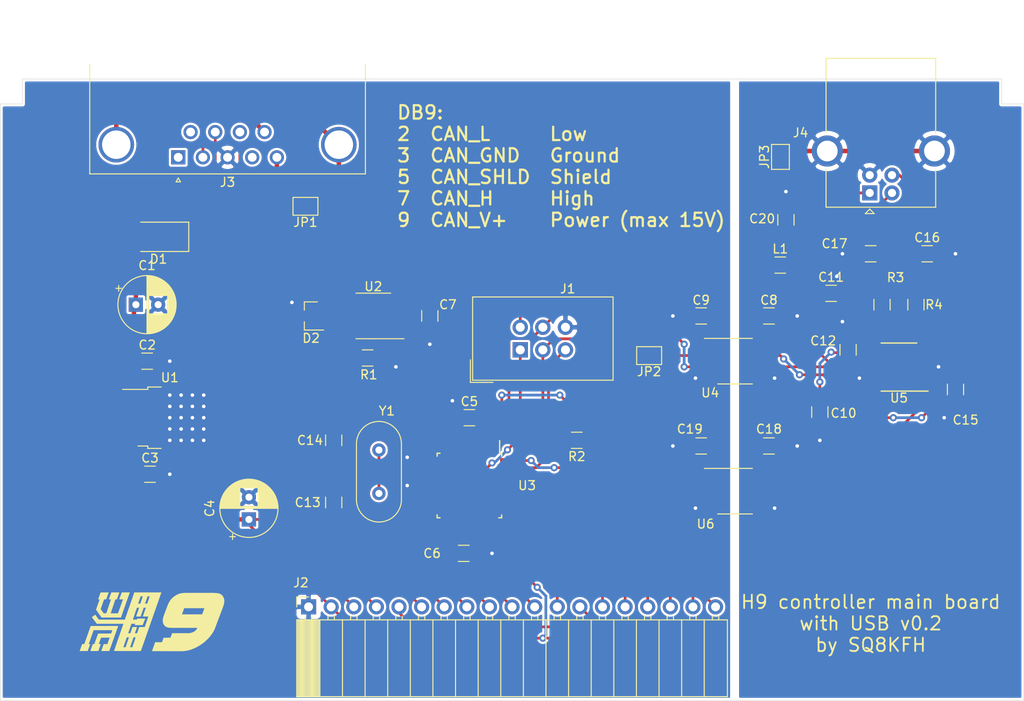
<source format=kicad_pcb>
(kicad_pcb (version 20171130) (host pcbnew "(5.1.2-1)-1")
  (title_block (title "H9 controller main board with USB") (date 2020-12-21) (rev 0.2) (company SQ8KFH))
  (layers (0 F.Cu signal) (31 B.Cu signal) (34 B.Paste user) (35 F.Paste user) (36 B.SilkS user) (37 F.SilkS user) (38 B.Mask user) (39 F.Mask user) (44 Edge.Cuts user))
  (net 0 "")
  (net 1 GND)
  (net 2 "Net-(C1-Pad1)")
  (net 3 +5V)
  (net 4 +3V3)
  (net 5 GNDD)
  (net 6 "Net-(D1-Pad2)")
  (net 7 /RST)
  (net 8 "/MOSI(TX)")
  (net 9 "/SCK(RX)")
  (net 10 /MISO)
  (net 11 "/PC0(INT3)")
  (net 12 /PD0)
  (net 13 /PB6)
  (net 14 "/PB5(INT2)")
  (net 15 /PB4)
  (net 16 /PB3)
  (net 17 "/PC7(D2A)")
  (net 18 /PC6)
  (net 19 /PC5)
  (net 20 /PC4)
  (net 21 "/PB2(INT1)")
  (net 22 /PD7)
  (net 23 /PD6)
  (net 24 /PD5)
  (net 25 "/PB7(SCK)")
  (net 26 "/PB1(MOSI)")
  (net 27 "/PB0(MISO)")
  (net 28 "Net-(J3-Pad0)")
  (net 29 /CAN_RX)
  (net 30 /CAN_TX)
  (net 31 /CTS)
  (net 32 /RTS)
  (net 33 "Net-(U4-Pad7)")
  (net 34 "Net-(U4-Pad6)")
  (net 35 "Net-(U5-Pad6)")
  (net 36 "Net-(U5-Pad2)")
  (net 37 "Net-(C13-Pad1)")
  (net 38 "Net-(J3-Pad5)")
  (net 39 /USB+)
  (net 40 /USB-)
  (net 41 /CAN_L)
  (net 42 /CAN_H)
  (net 43 /D+)
  (net 44 /D-)
  (net 45 "Net-(C11-Pad1)")
  (net 46 "Net-(C14-Pad1)")
  (net 47 "Net-(C20-Pad1)")
  (net 48 "Net-(JP2-Pad1)")
  (net 49 "Net-(R1-Pad1)")
  (net 50 "Net-(J4-Pad5)")
  (module Jumper:SolderJumper-2_P1.3mm_Open_Pad1.0x1.5mm (layer F.Cu) (at 187.65 63.95 90)
    (fp_text reference JP3 (at 0 -1.8 90) (layer F.SilkS))
    (fp_text value Shield)
    (pad 1 smd rect (at -0.65 0 90) (size 1 1.5) (layers F.Cu F.Mask) (net 5 GNDD))
    (pad 2 smd rect (at 0.65 0 90) (size 1 1.5) (layers F.Cu F.Mask) (net 50 "Net-(J4-Pad5)"))
  )
  (module kfhlib:H9 (layer F.Cu) (at 116.891 116.364)
    (fp_text reference G*** hide)
    (fp_text value LOGO hide)
  )
  (module Jumper:SolderJumper-2_P1.3mm_Open_Pad1.0x1.5mm (layer F.Cu) (at 134.29 69.501 180)
    (fp_text reference JP1 (at 0 -1.8) (layer F.SilkS))
    (fp_text value Shield)
    (pad 1 smd rect (at -0.65 0 180) (size 1 1.5) (layers F.Cu F.Mask) (net 28 "Net-(J3-Pad0)"))
    (pad 2 smd rect (at 0.65 0 180) (size 1 1.5) (layers F.Cu F.Mask) (net 38 "Net-(J3-Pad5)"))
  )
  (module Package_TO_SOT_SMD:TO-252-2 (layer F.Cu) (at 119.05 93.25)
    (fp_text reference U1 (at 0 -4.5) (layer F.SilkS))
    (fp_text value LM78M05)
    (pad 2 smd rect (at 2.1 0) (size 6.4 5.8) (layers F.Cu F.Mask) (net 1 GND))
    (pad 3 smd rect (at -4.2 2.28) (size 2.2 1.2) (layers F.Cu F.Paste F.Mask) (net 3 +5V))
    (pad 1 smd rect (at -4.2 -2.28) (size 2.2 1.2) (layers F.Cu F.Paste F.Mask) (net 2 "Net-(C1-Pad1)"))
  )
  (module Jumper:SolderJumper-2_P1.3mm_Open_Pad1.0x1.5mm (layer F.Cu) (at 172.9 86.275 180)
    (fp_text reference JP2 (at 0 -1.8) (layer F.SilkS))
    (fp_text value Jumper_NC_Small)
    (pad 1 smd rect (at -0.65 0 180) (size 1 1.5) (layers F.Cu F.Mask) (net 48 "Net-(JP2-Pad1)"))
    (pad 2 smd rect (at 0.65 0 180) (size 1 1.5) (layers F.Cu F.Mask) (net 9 "/SCK(RX)"))
  )
  (module Capacitor_THT:CP_Radial_D6.3mm_P2.50mm (layer F.Cu) (at 127.94 104.68 90)
    (fp_text reference C4 (at 1.25 -4.4 90) (layer F.SilkS))
    (fp_text value 47uF)
    (pad 2 thru_hole circle (at 2.5 0 90) (size 1.6 1.6) (drill 0.8) (layers *.Cu *.Mask) (net 1 GND))
    (pad 1 thru_hole rect (at 0 0 90) (size 1.6 1.6) (drill 0.8) (layers *.Cu *.Mask) (net 3 +5V))
  )
  (module Capacitor_SMD:C_1206_3216Metric_Pad1.42x1.75mm_HandSolder (layer F.Cu) (at 116.825 99.6)
    (fp_text reference C3 (at 0 -1.82) (layer F.SilkS))
    (fp_text value 100nF)
    (pad 2 smd roundrect (at 1.4875 0) (size 1.425 1.75) (layers F.Cu F.Paste F.Mask) (roundrect_rratio 0.175439) (net 1 GND))
    (pad 1 smd roundrect (at -1.4875 0) (size 1.425 1.75) (layers F.Cu F.Paste F.Mask) (roundrect_rratio 0.175439) (net 3 +5V))
  )
  (module Capacitor_THT:CP_Radial_D6.3mm_P2.50mm (layer F.Cu) (at 115.24 80.55)
    (fp_text reference C1 (at 1.25 -4.4) (layer F.SilkS))
    (fp_text value 100uF)
    (pad 2 thru_hole circle (at 2.5 0) (size 1.6 1.6) (drill 0.8) (layers *.Cu *.Mask) (net 1 GND))
    (pad 1 thru_hole rect (at 0 0) (size 1.6 1.6) (drill 0.8) (layers *.Cu *.Mask) (net 2 "Net-(C1-Pad1)"))
  )
  (module Inductor_SMD:L_1206_3216Metric_Pad1.42x1.75mm_HandSolder (layer F.Cu) (at 187.63 76.105)
    (fp_text reference L1 (at 0 -1.82) (layer F.SilkS))
    (fp_text value "Ferrite Bead")
    (pad 2 smd roundrect (at 1.4875 0) (size 1.425 1.75) (layers F.Cu F.Paste F.Mask) (roundrect_rratio 0.175439) (net 45 "Net-(C11-Pad1)"))
    (pad 1 smd roundrect (at -1.4875 0) (size 1.425 1.75) (layers F.Cu F.Paste F.Mask) (roundrect_rratio 0.175439) (net 47 "Net-(C20-Pad1)"))
  )
  (module Capacitor_SMD:C_1206_3216Metric_Pad1.42x1.75mm_HandSolder (layer F.Cu) (at 193.345 79.28)
    (fp_text reference C11 (at 0 -1.82) (layer F.SilkS))
    (fp_text value 4.7uF)
    (pad 2 smd roundrect (at 1.4875 0) (size 1.425 1.75) (layers F.Cu F.Paste F.Mask) (roundrect_rratio 0.175439) (net 5 GNDD))
    (pad 1 smd roundrect (at -1.4875 0) (size 1.425 1.75) (layers F.Cu F.Paste F.Mask) (roundrect_rratio 0.175439) (net 45 "Net-(C11-Pad1)"))
  )
  (module Capacitor_SMD:C_1206_3216Metric_Pad1.42x1.75mm_HandSolder (layer F.Cu) (at 192.075 92.615 270)
    (fp_text reference C10 (at 0.127 -2.667 180) (layer F.SilkS))
    (fp_text value 4.7uF)
    (pad 2 smd roundrect (at 1.4875 0 270) (size 1.425 1.75) (layers F.Cu F.Paste F.Mask) (roundrect_rratio 0.175439) (net 5 GNDD))
    (pad 1 smd roundrect (at -1.4875 0 270) (size 1.425 1.75) (layers F.Cu F.Paste F.Mask) (roundrect_rratio 0.175439) (net 4 +3V3))
  )
  (module Capacitor_SMD:C_1206_3216Metric_Pad1.42x1.75mm_HandSolder (layer F.Cu) (at 116.51 86.9)
    (fp_text reference C2 (at 0 -1.82) (layer F.SilkS))
    (fp_text value 100nF)
    (pad 2 smd roundrect (at 1.4875 0) (size 1.425 1.75) (layers F.Cu F.Paste F.Mask) (roundrect_rratio 0.175439) (net 1 GND))
    (pad 1 smd roundrect (at -1.4875 0) (size 1.425 1.75) (layers F.Cu F.Paste F.Mask) (roundrect_rratio 0.175439) (net 2 "Net-(C1-Pad1)"))
  )
  (module Diode_SMD:D_SMA (layer F.Cu) (at 117.78 72.93 180)
    (fp_text reference D1 (at 0 -2.5) (layer F.SilkS))
    (fp_text value S1A)
    (pad 2 smd rect (at 2 0 180) (size 2.5 1.8) (layers F.Cu F.Paste F.Mask) (net 6 "Net-(D1-Pad2)"))
    (pad 1 smd rect (at -2 0 180) (size 2.5 1.8) (layers F.Cu F.Paste F.Mask) (net 2 "Net-(C1-Pad1)"))
  )
  (module Crystal:Crystal_HC49-U_Vertical (layer F.Cu) (at 142.545 101.759 90)
    (fp_text reference Y1 (at 9.271 0.889 180) (layer F.SilkS))
    (fp_text value 12MHz)
    (pad 2 thru_hole circle (at 4.88 0 90) (size 1.5 1.5) (drill 0.8) (layers *.Cu *.Mask) (net 46 "Net-(C14-Pad1)"))
    (pad 1 thru_hole circle (at 0 0 90) (size 1.5 1.5) (drill 0.8) (layers *.Cu *.Mask) (net 37 "Net-(C13-Pad1)"))
  )
  (module Package_SO:SOIC-8_3.9x4.9mm_P1.27mm (layer F.Cu) (at 182.55 101.505)
    (fp_text reference U6 (at -3.302 3.683) (layer F.SilkS))
    (fp_text value ADuM121N)
    (pad 8 smd roundrect (at 2.475 -1.905) (size 1.95 0.6) (layers F.Cu F.Paste F.Mask) (net 4 +3V3))
    (pad 7 smd roundrect (at 2.475 -0.635) (size 1.95 0.6) (layers F.Cu F.Paste F.Mask) (net 36 "Net-(U5-Pad2)"))
    (pad 6 smd roundrect (at 2.475 0.635) (size 1.95 0.6) (layers F.Cu F.Paste F.Mask) (net 35 "Net-(U5-Pad6)"))
    (pad 5 smd roundrect (at 2.475 1.905) (size 1.95 0.6) (layers F.Cu F.Paste F.Mask) (net 5 GNDD))
    (pad 4 smd roundrect (at -2.475 1.905) (size 1.95 0.6) (layers F.Cu F.Paste F.Mask) (net 1 GND))
    (pad 3 smd roundrect (at -2.475 0.635) (size 1.95 0.6) (layers F.Cu F.Paste F.Mask) (net 31 /CTS))
    (pad 2 smd roundrect (at -2.475 -0.635) (size 1.95 0.6) (layers F.Cu F.Paste F.Mask) (net 32 /RTS))
    (pad 1 smd roundrect (at -2.475 -1.905) (size 1.95 0.6) (layers F.Cu F.Paste F.Mask) (net 3 +5V))
  )
  (module Package_SO:SSOP-16_3.9x4.9mm_P0.635mm (layer F.Cu) (at 200.965 87.535 180)
    (fp_text reference U5 (at 0 -3.5) (layer F.SilkS))
    (fp_text value FT230XS)
    (pad 16 smd rect (at 2.6 -2.2225 180) (size 1.2 0.4) (layers F.Cu F.Paste F.Mask))
    (pad 15 smd rect (at 2.6 -1.5875 180) (size 1.2 0.4) (layers F.Cu F.Paste F.Mask))
    (pad 14 smd rect (at 2.6 -0.9525 180) (size 1.2 0.4) (layers F.Cu F.Paste F.Mask))
    (pad 13 smd rect (at 2.6 -0.3175 180) (size 1.2 0.4) (layers F.Cu F.Paste F.Mask) (net 5 GNDD))
    (pad 12 smd rect (at 2.6 0.3175 180) (size 1.2 0.4) (layers F.Cu F.Paste F.Mask) (net 45 "Net-(C11-Pad1)"))
    (pad 11 smd rect (at 2.6 0.9525 180) (size 1.2 0.4) (layers F.Cu F.Paste F.Mask) (net 4 +3V3))
    (pad 10 smd rect (at 2.6 1.5875 180) (size 1.2 0.4) (layers F.Cu F.Paste F.Mask) (net 4 +3V3))
    (pad 9 smd rect (at 2.6 2.2225 180) (size 1.2 0.4) (layers F.Cu F.Paste F.Mask) (net 40 /USB-))
    (pad 8 smd rect (at -2.6 2.2225 180) (size 1.2 0.4) (layers F.Cu F.Paste F.Mask) (net 39 /USB+))
    (pad 7 smd rect (at -2.6 1.5875 180) (size 1.2 0.4) (layers F.Cu F.Paste F.Mask))
    (pad 6 smd rect (at -2.6 0.9525 180) (size 1.2 0.4) (layers F.Cu F.Paste F.Mask) (net 35 "Net-(U5-Pad6)"))
    (pad 5 smd rect (at -2.6 0.3175 180) (size 1.2 0.4) (layers F.Cu F.Paste F.Mask) (net 5 GNDD))
    (pad 4 smd rect (at -2.6 -0.3175 180) (size 1.2 0.4) (layers F.Cu F.Paste F.Mask) (net 34 "Net-(U4-Pad6)"))
    (pad 3 smd rect (at -2.6 -0.9525 180) (size 1.2 0.4) (layers F.Cu F.Paste F.Mask) (net 4 +3V3))
    (pad 2 smd rect (at -2.6 -1.5875 180) (size 1.2 0.4) (layers F.Cu F.Paste F.Mask) (net 36 "Net-(U5-Pad2)"))
    (pad 1 smd rect (at -2.6 -2.2225 180) (size 1.2 0.4) (layers F.Cu F.Paste F.Mask) (net 33 "Net-(U4-Pad7)"))
  )
  (module Package_SO:SOIC-8_3.9x4.9mm_P1.27mm (layer F.Cu) (at 182.55 86.9)
    (fp_text reference U4 (at -2.794 3.556) (layer F.SilkS))
    (fp_text value ADuM121N)
    (pad 8 smd roundrect (at 2.475 -1.905) (size 1.95 0.6) (layers F.Cu F.Paste F.Mask) (net 4 +3V3))
    (pad 7 smd roundrect (at 2.475 -0.635) (size 1.95 0.6) (layers F.Cu F.Paste F.Mask) (net 33 "Net-(U4-Pad7)"))
    (pad 6 smd roundrect (at 2.475 0.635) (size 1.95 0.6) (layers F.Cu F.Paste F.Mask) (net 34 "Net-(U4-Pad6)"))
    (pad 5 smd roundrect (at 2.475 1.905) (size 1.95 0.6) (layers F.Cu F.Paste F.Mask) (net 5 GNDD))
    (pad 4 smd roundrect (at -2.475 1.905) (size 1.95 0.6) (layers F.Cu F.Paste F.Mask) (net 1 GND))
    (pad 3 smd roundrect (at -2.475 0.635) (size 1.95 0.6) (layers F.Cu F.Paste F.Mask) (net 8 "/MOSI(TX)"))
    (pad 2 smd roundrect (at -2.475 -0.635) (size 1.95 0.6) (layers F.Cu F.Paste F.Mask) (net 48 "Net-(JP2-Pad1)"))
    (pad 1 smd roundrect (at -2.475 -1.905) (size 1.95 0.6) (layers F.Cu F.Paste F.Mask) (net 3 +5V))
  )
  (module Package_QFP:TQFP-32_7x7mm_P0.8mm (layer F.Cu) (at 152.705 100.87 270)
    (fp_text reference U3 (at 0 -6.477 180) (layer F.SilkS))
    (fp_text value ATmega32M1-AU)
    (pad 32 smd rect (at -2.8 -4.25) (size 1.6 0.55) (layers F.Cu F.Paste F.Mask) (net 31 /CTS))
    (pad 31 smd rect (at -2 -4.25) (size 1.6 0.55) (layers F.Cu F.Paste F.Mask) (net 7 /RST))
    (pad 30 smd rect (at -1.2 -4.25) (size 1.6 0.55) (layers F.Cu F.Paste F.Mask) (net 11 "/PC0(INT3)"))
    (pad 29 smd rect (at -0.4 -4.25) (size 1.6 0.55) (layers F.Cu F.Paste F.Mask) (net 12 /PD0))
    (pad 28 smd rect (at 0.4 -4.25) (size 1.6 0.55) (layers F.Cu F.Paste F.Mask) (net 25 "/PB7(SCK)"))
    (pad 27 smd rect (at 1.2 -4.25) (size 1.6 0.55) (layers F.Cu F.Paste F.Mask) (net 13 /PB6))
    (pad 26 smd rect (at 2 -4.25) (size 1.6 0.55) (layers F.Cu F.Paste F.Mask) (net 14 "/PB5(INT2)"))
    (pad 25 smd rect (at 2.8 -4.25) (size 1.6 0.55) (layers F.Cu F.Paste F.Mask) (net 17 "/PC7(D2A)"))
    (pad 24 smd rect (at 4.25 -2.8 270) (size 1.6 0.55) (layers F.Cu F.Paste F.Mask) (net 15 /PB4))
    (pad 23 smd rect (at 4.25 -2 270) (size 1.6 0.55) (layers F.Cu F.Paste F.Mask) (net 16 /PB3))
    (pad 22 smd rect (at 4.25 -1.2 270) (size 1.6 0.55) (layers F.Cu F.Paste F.Mask) (net 18 /PC6))
    (pad 21 smd rect (at 4.25 -0.4 270) (size 1.6 0.55) (layers F.Cu F.Paste F.Mask))
    (pad 20 smd rect (at 4.25 0.4 270) (size 1.6 0.55) (layers F.Cu F.Paste F.Mask) (net 1 GND))
    (pad 19 smd rect (at 4.25 1.2 270) (size 1.6 0.55) (layers F.Cu F.Paste F.Mask) (net 3 +5V))
    (pad 18 smd rect (at 4.25 2 270) (size 1.6 0.55) (layers F.Cu F.Paste F.Mask) (net 19 /PC5))
    (pad 17 smd rect (at 4.25 2.8 270) (size 1.6 0.55) (layers F.Cu F.Paste F.Mask) (net 20 /PC4))
    (pad 16 smd rect (at 2.8 4.25) (size 1.6 0.55) (layers F.Cu F.Paste F.Mask) (net 21 "/PB2(INT1)"))
    (pad 15 smd rect (at 2 4.25) (size 1.6 0.55) (layers F.Cu F.Paste F.Mask) (net 22 /PD7))
    (pad 14 smd rect (at 1.2 4.25) (size 1.6 0.55) (layers F.Cu F.Paste F.Mask) (net 23 /PD6))
    (pad 13 smd rect (at 0.4 4.25) (size 1.6 0.55) (layers F.Cu F.Paste F.Mask) (net 24 /PD5))
    (pad 12 smd rect (at -0.4 4.25) (size 1.6 0.55) (layers F.Cu F.Paste F.Mask) (net 9 "/SCK(RX)"))
    (pad 11 smd rect (at -1.2 4.25) (size 1.6 0.55) (layers F.Cu F.Paste F.Mask) (net 37 "Net-(C13-Pad1)"))
    (pad 10 smd rect (at -2 4.25) (size 1.6 0.55) (layers F.Cu F.Paste F.Mask) (net 46 "Net-(C14-Pad1)"))
    (pad 9 smd rect (at -2.8 4.25) (size 1.6 0.55) (layers F.Cu F.Paste F.Mask) (net 26 "/PB1(MOSI)"))
    (pad 8 smd rect (at -4.25 2.8 270) (size 1.6 0.55) (layers F.Cu F.Paste F.Mask) (net 27 "/PB0(MISO)"))
    (pad 7 smd rect (at -4.25 2 270) (size 1.6 0.55) (layers F.Cu F.Paste F.Mask) (net 29 /CAN_RX))
    (pad 6 smd rect (at -4.25 1.2 270) (size 1.6 0.55) (layers F.Cu F.Paste F.Mask) (net 30 /CAN_TX))
    (pad 5 smd rect (at -4.25 0.4 270) (size 1.6 0.55) (layers F.Cu F.Paste F.Mask) (net 1 GND))
    (pad 4 smd rect (at -4.25 -0.4 270) (size 1.6 0.55) (layers F.Cu F.Paste F.Mask) (net 3 +5V))
    (pad 3 smd rect (at -4.25 -1.2 270) (size 1.6 0.55) (layers F.Cu F.Paste F.Mask) (net 32 /RTS))
    (pad 2 smd rect (at -4.25 -2 270) (size 1.6 0.55) (layers F.Cu F.Paste F.Mask) (net 8 "/MOSI(TX)"))
    (pad 1 smd rect (at -4.25 -2.8 270) (size 1.6 0.55) (layers F.Cu F.Paste F.Mask) (net 10 /MISO))
  )
  (module Package_SO:SOIC-8_3.9x4.9mm_P1.27mm (layer F.Cu) (at 141.91 81.82 180)
    (fp_text reference U2 (at 0 3.302) (layer F.SilkS))
    (fp_text value MCP2551-I-SN)
    (pad 8 smd roundrect (at 2.475 -1.905 180) (size 1.95 0.6) (layers F.Cu F.Paste F.Mask) (net 49 "Net-(R1-Pad1)"))
    (pad 7 smd roundrect (at 2.475 -0.635 180) (size 1.95 0.6) (layers F.Cu F.Paste F.Mask) (net 42 /CAN_H))
    (pad 6 smd roundrect (at 2.475 0.635 180) (size 1.95 0.6) (layers F.Cu F.Paste F.Mask) (net 41 /CAN_L))
    (pad 5 smd roundrect (at 2.475 1.905 180) (size 1.95 0.6) (layers F.Cu F.Paste F.Mask))
    (pad 4 smd roundrect (at -2.475 1.905 180) (size 1.95 0.6) (layers F.Cu F.Paste F.Mask) (net 29 /CAN_RX))
    (pad 3 smd roundrect (at -2.475 0.635 180) (size 1.95 0.6) (layers F.Cu F.Paste F.Mask) (net 3 +5V))
    (pad 2 smd roundrect (at -2.475 -0.635 180) (size 1.95 0.6) (layers F.Cu F.Paste F.Mask) (net 1 GND))
    (pad 1 smd roundrect (at -2.475 -1.905 180) (size 1.95 0.6) (layers F.Cu F.Paste F.Mask) (net 30 /CAN_TX))
  )
  (module Resistor_SMD:R_1206_3216Metric_Pad1.42x1.75mm_HandSolder (layer F.Cu) (at 202.87 80.55 270)
    (fp_text reference R4 (at 0 -2.032 180) (layer F.SilkS))
    (fp_text value 27R)
    (pad 2 smd roundrect (at 1.4875 0 270) (size 1.425 1.75) (layers F.Cu F.Paste F.Mask) (roundrect_rratio 0.175439) (net 39 /USB+))
    (pad 1 smd roundrect (at -1.4875 0 270) (size 1.425 1.75) (layers F.Cu F.Paste F.Mask) (roundrect_rratio 0.175439) (net 43 /D+))
  )
  (module Resistor_SMD:R_1206_3216Metric_Pad1.42x1.75mm_HandSolder (layer F.Cu) (at 199.06 80.55 270)
    (fp_text reference R3 (at -3.048 -1.524 180) (layer F.SilkS))
    (fp_text value 27R)
    (pad 2 smd roundrect (at 1.4875 0 270) (size 1.425 1.75) (layers F.Cu F.Paste F.Mask) (roundrect_rratio 0.175439) (net 40 /USB-))
    (pad 1 smd roundrect (at -1.4875 0 270) (size 1.425 1.75) (layers F.Cu F.Paste F.Mask) (roundrect_rratio 0.175439) (net 44 /D-))
  )
  (module Resistor_SMD:R_1206_3216Metric_Pad1.42x1.75mm_HandSolder (layer F.Cu) (at 164.77 95.79 180)
    (fp_text reference R2 (at 0 -1.82) (layer F.SilkS))
    (fp_text value 10k)
    (pad 2 smd roundrect (at 1.4875 0 180) (size 1.425 1.75) (layers F.Cu F.Paste F.Mask) (roundrect_rratio 0.175439) (net 7 /RST))
    (pad 1 smd roundrect (at -1.4875 0 180) (size 1.425 1.75) (layers F.Cu F.Paste F.Mask) (roundrect_rratio 0.175439) (net 3 +5V))
  )
  (module Resistor_SMD:R_1206_3216Metric_Pad1.42x1.75mm_HandSolder (layer F.Cu) (at 141.275 86.54)
    (fp_text reference R1 (at 0.127 1.884) (layer F.SilkS))
    (fp_text value 39k)
    (pad 2 smd roundrect (at 1.4875 0) (size 1.425 1.75) (layers F.Cu F.Paste F.Mask) (roundrect_rratio 0.175439) (net 1 GND))
    (pad 1 smd roundrect (at -1.4875 0) (size 1.425 1.75) (layers F.Cu F.Paste F.Mask) (roundrect_rratio 0.175439) (net 49 "Net-(R1-Pad1)"))
  )
  (module Connector_USB:USB_B_OST_USB-B1HSxx_Horizontal (layer F.Cu) (at 197.681 68 90)
    (fp_text reference J4 (at 6.76 -7.77 180) (layer F.SilkS))
    (fp_text value USB_B)
    (pad 5 thru_hole circle (at 4.71 7.27 90) (size 3.5 3.5) (drill 2.33) (layers *.Cu *.Mask) (net 50 "Net-(J4-Pad5)"))
    (pad 5 thru_hole circle (at 4.71 -4.77 90) (size 3.5 3.5) (drill 2.33) (layers *.Cu *.Mask) (net 50 "Net-(J4-Pad5)"))
    (pad 4 thru_hole circle (at 2 0 90) (size 1.7 1.7) (drill 0.92) (layers *.Cu *.Mask) (net 5 GNDD))
    (pad 3 thru_hole circle (at 2 2.5 90) (size 1.7 1.7) (drill 0.92) (layers *.Cu *.Mask) (net 43 /D+))
    (pad 2 thru_hole circle (at 0 2.5 90) (size 1.7 1.7) (drill 0.92) (layers *.Cu *.Mask) (net 44 /D-))
    (pad 1 thru_hole rect (at 0 0 90) (size 1.7 1.7) (drill 0.92) (layers *.Cu *.Mask) (net 47 "Net-(C20-Pad1)"))
  )
  (module Connector_Dsub:DSUB-9_Female_Horizontal_P2.77x2.84mm_EdgePinOffset7.70mm_Housed_MountingHolesOffset9.12mm (layer F.Cu) (at 120 64 180)
    (fp_text reference J3 (at -5.54 -2.8) (layer F.SilkS))
    (fp_text value CAN)
    (pad 0 thru_hole circle (at 6.96 1.42 180) (size 4 4) (drill 3.2) (layers *.Cu *.Mask) (net 28 "Net-(J3-Pad0)"))
    (pad 0 thru_hole circle (at -18.04 1.42 180) (size 4 4) (drill 3.2) (layers *.Cu *.Mask) (net 28 "Net-(J3-Pad0)"))
    (pad 9 thru_hole circle (at -9.695 2.84 180) (size 1.6 1.6) (drill 1) (layers *.Cu *.Mask) (net 6 "Net-(D1-Pad2)"))
    (pad 8 thru_hole circle (at -6.925 2.84 180) (size 1.6 1.6) (drill 1) (layers *.Cu *.Mask))
    (pad 7 thru_hole circle (at -4.155 2.84 180) (size 1.6 1.6) (drill 1) (layers *.Cu *.Mask) (net 42 /CAN_H))
    (pad 6 thru_hole circle (at -1.385 2.84 180) (size 1.6 1.6) (drill 1) (layers *.Cu *.Mask))
    (pad 5 thru_hole circle (at -11.08 0 180) (size 1.6 1.6) (drill 1) (layers *.Cu *.Mask) (net 38 "Net-(J3-Pad5)"))
    (pad 4 thru_hole circle (at -8.31 0 180) (size 1.6 1.6) (drill 1) (layers *.Cu *.Mask))
    (pad 3 thru_hole circle (at -5.54 0 180) (size 1.6 1.6) (drill 1) (layers *.Cu *.Mask) (net 1 GND))
    (pad 2 thru_hole circle (at -2.77 0 180) (size 1.6 1.6) (drill 1) (layers *.Cu *.Mask) (net 41 /CAN_L))
    (pad 1 thru_hole rect (at 0 0 180) (size 1.6 1.6) (drill 1) (layers *.Cu *.Mask))
  )
  (module Connector_PinSocket_2.54mm:PinSocket_1x19_P2.54mm_Horizontal (layer F.Cu) (at 134.64 114.5 90)
    (fp_text reference J2 (at 2.708 -0.858 180) (layer F.SilkS))
    (fp_text value "Front panel")
    (pad 19 thru_hole oval (at 0 45.72 90) (size 1.7 1.7) (drill 1) (layers *.Cu *.Mask) (net 11 "/PC0(INT3)"))
    (pad 18 thru_hole oval (at 0 43.18 90) (size 1.7 1.7) (drill 1) (layers *.Cu *.Mask) (net 12 /PD0))
    (pad 17 thru_hole oval (at 0 40.64 90) (size 1.7 1.7) (drill 1) (layers *.Cu *.Mask) (net 13 /PB6))
    (pad 16 thru_hole oval (at 0 38.1 90) (size 1.7 1.7) (drill 1) (layers *.Cu *.Mask) (net 14 "/PB5(INT2)"))
    (pad 15 thru_hole oval (at 0 35.56 90) (size 1.7 1.7) (drill 1) (layers *.Cu *.Mask) (net 15 /PB4))
    (pad 14 thru_hole oval (at 0 33.02 90) (size 1.7 1.7) (drill 1) (layers *.Cu *.Mask) (net 16 /PB3))
    (pad 13 thru_hole oval (at 0 30.48 90) (size 1.7 1.7) (drill 1) (layers *.Cu *.Mask) (net 17 "/PC7(D2A)"))
    (pad 12 thru_hole oval (at 0 27.94 90) (size 1.7 1.7) (drill 1) (layers *.Cu *.Mask) (net 18 /PC6))
    (pad 11 thru_hole oval (at 0 25.4 90) (size 1.7 1.7) (drill 1) (layers *.Cu *.Mask) (net 19 /PC5))
    (pad 10 thru_hole oval (at 0 22.86 90) (size 1.7 1.7) (drill 1) (layers *.Cu *.Mask) (net 20 /PC4))
    (pad 9 thru_hole oval (at 0 20.32 90) (size 1.7 1.7) (drill 1) (layers *.Cu *.Mask) (net 21 "/PB2(INT1)"))
    (pad 8 thru_hole oval (at 0 17.78 90) (size 1.7 1.7) (drill 1) (layers *.Cu *.Mask) (net 22 /PD7))
    (pad 7 thru_hole oval (at 0 15.24 90) (size 1.7 1.7) (drill 1) (layers *.Cu *.Mask) (net 23 /PD6))
    (pad 6 thru_hole oval (at 0 12.7 90) (size 1.7 1.7) (drill 1) (layers *.Cu *.Mask) (net 24 /PD5))
    (pad 5 thru_hole oval (at 0 10.16 90) (size 1.7 1.7) (drill 1) (layers *.Cu *.Mask) (net 25 "/PB7(SCK)"))
    (pad 4 thru_hole oval (at 0 7.62 90) (size 1.7 1.7) (drill 1) (layers *.Cu *.Mask) (net 26 "/PB1(MOSI)"))
    (pad 3 thru_hole oval (at 0 5.08 90) (size 1.7 1.7) (drill 1) (layers *.Cu *.Mask) (net 27 "/PB0(MISO)"))
    (pad 2 thru_hole oval (at 0 2.54 90) (size 1.7 1.7) (drill 1) (layers *.Cu *.Mask) (net 3 +5V))
    (pad 1 thru_hole rect (at 0 0 90) (size 1.7 1.7) (drill 1) (layers *.Cu *.Mask) (net 1 GND))
  )
  (module Connector_IDC:IDC-Header_2x03_P2.54mm_Vertical (layer F.Cu) (at 158.42 85.63 90)
    (fp_text reference J1 (at 6.858 5.334 180) (layer F.SilkS))
    (fp_text value AVR-ISP-6)
    (pad 6 thru_hole oval (at 2.54 5.08 90) (size 1.7272 1.7272) (drill 1.016) (layers *.Cu *.Mask) (net 1 GND))
    (pad 5 thru_hole oval (at 0 5.08 90) (size 1.7272 1.7272) (drill 1.016) (layers *.Cu *.Mask) (net 7 /RST))
    (pad 4 thru_hole oval (at 2.54 2.54 90) (size 1.7272 1.7272) (drill 1.016) (layers *.Cu *.Mask) (net 8 "/MOSI(TX)"))
    (pad 3 thru_hole oval (at 0 2.54 90) (size 1.7272 1.7272) (drill 1.016) (layers *.Cu *.Mask) (net 9 "/SCK(RX)"))
    (pad 2 thru_hole oval (at 2.54 0 90) (size 1.7272 1.7272) (drill 1.016) (layers *.Cu *.Mask) (net 3 +5V))
    (pad 1 thru_hole rect (at 0 0 90) (size 1.7272 1.7272) (drill 1.016) (layers *.Cu *.Mask) (net 10 /MISO))
  )
  (module Package_TO_SOT_SMD:SOT-23 (layer F.Cu) (at 134.925 81.82 180)
    (fp_text reference D2 (at 0 -2.5) (layer F.SilkS))
    (fp_text value NUP2105L)
    (pad 3 smd rect (at 1 0 180) (size 0.9 0.8) (layers F.Cu F.Paste F.Mask) (net 1 GND))
    (pad 2 smd rect (at -1 0.95 180) (size 0.9 0.8) (layers F.Cu F.Paste F.Mask) (net 41 /CAN_L))
    (pad 1 smd rect (at -1 -0.95 180) (size 0.9 0.8) (layers F.Cu F.Paste F.Mask) (net 42 /CAN_H))
  )
  (module Capacitor_SMD:C_1206_3216Metric_Pad1.42x1.75mm_HandSolder (layer F.Cu) (at 188.265 71.025 90)
    (fp_text reference C20 (at 0.127 -2.667 180) (layer F.SilkS))
    (fp_text value 10nF)
    (pad 2 smd roundrect (at 1.4875 0 90) (size 1.425 1.75) (layers F.Cu F.Paste F.Mask) (roundrect_rratio 0.175439) (net 5 GNDD))
    (pad 1 smd roundrect (at -1.4875 0 90) (size 1.425 1.75) (layers F.Cu F.Paste F.Mask) (roundrect_rratio 0.175439) (net 47 "Net-(C20-Pad1)"))
  )
  (module Capacitor_SMD:C_1206_3216Metric_Pad1.42x1.75mm_HandSolder (layer F.Cu) (at 178.74 96.425 180)
    (fp_text reference C19 (at 1.27 1.905) (layer F.SilkS))
    (fp_text value 100nF)
    (pad 2 smd roundrect (at 1.4875 0 180) (size 1.425 1.75) (layers F.Cu F.Paste F.Mask) (roundrect_rratio 0.175439) (net 1 GND))
    (pad 1 smd roundrect (at -1.4875 0 180) (size 1.425 1.75) (layers F.Cu F.Paste F.Mask) (roundrect_rratio 0.175439) (net 3 +5V))
  )
  (module Capacitor_SMD:C_1206_3216Metric_Pad1.42x1.75mm_HandSolder (layer F.Cu) (at 186.36 96.425 180)
    (fp_text reference C18 (at 0 1.905) (layer F.SilkS))
    (fp_text value 100nF)
    (pad 2 smd roundrect (at 1.4875 0 180) (size 1.425 1.75) (layers F.Cu F.Paste F.Mask) (roundrect_rratio 0.175439) (net 4 +3V3))
    (pad 1 smd roundrect (at -1.4875 0 180) (size 1.425 1.75) (layers F.Cu F.Paste F.Mask) (roundrect_rratio 0.175439) (net 5 GNDD))
  )
  (module Capacitor_SMD:C_1206_3216Metric_Pad1.42x1.75mm_HandSolder (layer F.Cu) (at 197.79 74.835 180)
    (fp_text reference C17 (at 4.064 1.143) (layer F.SilkS))
    (fp_text value 47pF)
    (pad 2 smd roundrect (at 1.4875 0 180) (size 1.425 1.75) (layers F.Cu F.Paste F.Mask) (roundrect_rratio 0.175439) (net 5 GNDD))
    (pad 1 smd roundrect (at -1.4875 0 180) (size 1.425 1.75) (layers F.Cu F.Paste F.Mask) (roundrect_rratio 0.175439) (net 44 /D-))
  )
  (module Capacitor_SMD:C_1206_3216Metric_Pad1.42x1.75mm_HandSolder (layer F.Cu) (at 204.14 74.835)
    (fp_text reference C16 (at 0 -1.82) (layer F.SilkS))
    (fp_text value 47pF)
    (pad 2 smd roundrect (at 1.4875 0) (size 1.425 1.75) (layers F.Cu F.Paste F.Mask) (roundrect_rratio 0.175439) (net 5 GNDD))
    (pad 1 smd roundrect (at -1.4875 0) (size 1.425 1.75) (layers F.Cu F.Paste F.Mask) (roundrect_rratio 0.175439) (net 43 /D+))
  )
  (module Capacitor_SMD:C_1206_3216Metric_Pad1.42x1.75mm_HandSolder (layer F.Cu) (at 207.315 90.075 270)
    (fp_text reference C15 (at 3.429 -1.143 180) (layer F.SilkS))
    (fp_text value 100nF)
    (pad 2 smd roundrect (at 1.4875 0 270) (size 1.425 1.75) (layers F.Cu F.Paste F.Mask) (roundrect_rratio 0.175439) (net 5 GNDD))
    (pad 1 smd roundrect (at -1.4875 0 270) (size 1.425 1.75) (layers F.Cu F.Paste F.Mask) (roundrect_rratio 0.175439) (net 4 +3V3))
  )
  (module Capacitor_SMD:C_1206_3216Metric_Pad1.42x1.75mm_HandSolder (layer F.Cu) (at 137.465 95.79 90)
    (fp_text reference C14 (at 0 -2.667 180) (layer F.SilkS))
    (fp_text value 22pF)
    (pad 2 smd roundrect (at 1.4875 0 90) (size 1.425 1.75) (layers F.Cu F.Paste F.Mask) (roundrect_rratio 0.175439) (net 1 GND))
    (pad 1 smd roundrect (at -1.4875 0 90) (size 1.425 1.75) (layers F.Cu F.Paste F.Mask) (roundrect_rratio 0.175439) (net 46 "Net-(C14-Pad1)"))
  )
  (module Capacitor_SMD:C_1206_3216Metric_Pad1.42x1.75mm_HandSolder (layer F.Cu) (at 137.465 102.775 270)
    (fp_text reference C13 (at 0 2.921 180) (layer F.SilkS))
    (fp_text value 22pF)
    (pad 2 smd roundrect (at 1.4875 0 270) (size 1.425 1.75) (layers F.Cu F.Paste F.Mask) (roundrect_rratio 0.175439) (net 1 GND))
    (pad 1 smd roundrect (at -1.4875 0 270) (size 1.425 1.75) (layers F.Cu F.Paste F.Mask) (roundrect_rratio 0.175439) (net 37 "Net-(C13-Pad1)"))
  )
  (module Capacitor_SMD:C_1206_3216Metric_Pad1.42x1.75mm_HandSolder (layer F.Cu) (at 195.25 85.63 90)
    (fp_text reference C12 (at 1.016 -2.794 180) (layer F.SilkS))
    (fp_text value 100nF)
    (pad 2 smd roundrect (at 1.4875 0 90) (size 1.425 1.75) (layers F.Cu F.Paste F.Mask) (roundrect_rratio 0.175439) (net 5 GNDD))
    (pad 1 smd roundrect (at -1.4875 0 90) (size 1.425 1.75) (layers F.Cu F.Paste F.Mask) (roundrect_rratio 0.175439) (net 45 "Net-(C11-Pad1)"))
  )
  (module Capacitor_SMD:C_1206_3216Metric_Pad1.42x1.75mm_HandSolder (layer F.Cu) (at 178.74 81.82 180)
    (fp_text reference C9 (at 0 1.778) (layer F.SilkS))
    (fp_text value 100nF)
    (pad 2 smd roundrect (at 1.4875 0 180) (size 1.425 1.75) (layers F.Cu F.Paste F.Mask) (roundrect_rratio 0.175439) (net 1 GND))
    (pad 1 smd roundrect (at -1.4875 0 180) (size 1.425 1.75) (layers F.Cu F.Paste F.Mask) (roundrect_rratio 0.175439) (net 3 +5V))
  )
  (module Capacitor_SMD:C_1206_3216Metric_Pad1.42x1.75mm_HandSolder (layer F.Cu) (at 186.36 81.82 180)
    (fp_text reference C8 (at 0 1.778) (layer F.SilkS))
    (fp_text value 100nF)
    (pad 2 smd roundrect (at 1.4875 0 180) (size 1.425 1.75) (layers F.Cu F.Paste F.Mask) (roundrect_rratio 0.175439) (net 4 +3V3))
    (pad 1 smd roundrect (at -1.4875 0 180) (size 1.425 1.75) (layers F.Cu F.Paste F.Mask) (roundrect_rratio 0.175439) (net 5 GNDD))
  )
  (module Capacitor_SMD:C_1206_3216Metric_Pad1.42x1.75mm_HandSolder (layer F.Cu) (at 148.26 81.82 90)
    (fp_text reference C7 (at 1.27 2.032 180) (layer F.SilkS))
    (fp_text value 100nF)
    (pad 2 smd roundrect (at 1.4875 0 90) (size 1.425 1.75) (layers F.Cu F.Paste F.Mask) (roundrect_rratio 0.175439) (net 3 +5V))
    (pad 1 smd roundrect (at -1.4875 0 90) (size 1.425 1.75) (layers F.Cu F.Paste F.Mask) (roundrect_rratio 0.175439) (net 1 GND))
  )
  (module Capacitor_SMD:C_1206_3216Metric_Pad1.42x1.75mm_HandSolder (layer F.Cu) (at 152.07 108.49)
    (fp_text reference C6 (at -3.556 0) (layer F.SilkS))
    (fp_text value 100nF)
    (pad 2 smd roundrect (at 1.4875 0) (size 1.425 1.75) (layers F.Cu F.Paste F.Mask) (roundrect_rratio 0.175439) (net 1 GND))
    (pad 1 smd roundrect (at -1.4875 0) (size 1.425 1.75) (layers F.Cu F.Paste F.Mask) (roundrect_rratio 0.175439) (net 3 +5V))
  )
  (module Capacitor_SMD:C_1206_3216Metric_Pad1.42x1.75mm_HandSolder (layer F.Cu) (at 152.705 93.25)
    (fp_text reference C5 (at 0 -1.82) (layer F.SilkS))
    (fp_text value 100nF)
    (pad 2 smd roundrect (at 1.4875 0) (size 1.425 1.75) (layers F.Cu F.Paste F.Mask) (roundrect_rratio 0.175439) (net 3 +5V))
    (pad 1 smd roundrect (at -1.4875 0) (size 1.425 1.75) (layers F.Cu F.Paste F.Mask) (roundrect_rratio 0.175439) (net 1 GND))
  )
  (gr_line (start 212.5 58) (end 212.5 55.2) (layer Edge.Cuts) (width 0.05))
  (gr_line (start 215 58) (end 212.5 58) (layer Edge.Cuts) (width 0.05))
  (gr_line (start 102.5 58) (end 102.5 55.2) (layer Edge.Cuts) (width 0.05))
  (gr_line (start 100 58) (end 102.5 58) (layer Edge.Cuts) (width 0.05))
  (gr_text "H9 controller main board\nwith USB v0.2\nby SQ8KFH" (at 197.79 116.364) (layer F.SilkS) (effects (font (size 1.5 1.5) (thickness 0.2))))
  (gr_text "\nLow\nGround\nShield\nHigh\nPower (max 15V)" (at 161.595 65) (layer F.SilkS) (effects (font (size 1.5 1.5) (thickness 0.25)) (justify left)))
  (gr_text "DB9:\n2  CAN_L\n3  CAN_GND\n5  CAN_SHLD\n7  CAN_H\n9  CAN_V+" (at 144.45 65) (layer F.SilkS) (effects (font (size 1.5 1.5) (thickness 0.25)) (justify left)))
  (gr_line (start 100 58) (end 100 125) (layer Edge.Cuts) (width 0.05))
  (gr_line (start 212.5 55.2) (end 102.5 55.2) (layer Edge.Cuts) (width 0.05))
  (gr_line (start 215 125) (end 215 58) (layer Edge.Cuts) (width 0.05))
  (gr_line (start 100 125) (end 215 125) (layer Edge.Cuts) (width 0.05))
  (via (at 132.766 80.296) (size 0.8) (drill 0.4) (layers F.Cu B.Cu) (net 1))
  (segment (start 133.925 81.455) (end 132.766 80.296) (width 0.3048) (layer F.Cu) (net 1))
  (segment (start 133.925 81.82) (end 133.925 81.455) (width 0.3048) (layer F.Cu) (net 1))
  (segment (start 152.305 107.2375) (end 153.5575 108.49) (width 0.3048) (layer F.Cu) (net 1))
  (segment (start 152.305 105.12) (end 152.305 107.2375) (width 0.3048) (layer F.Cu) (net 1))
  (segment (start 147.4075 82.455) (end 148.26 83.3075) (width 0.3048) (layer F.Cu) (net 1))
  (segment (start 144.385 82.455) (end 147.4075 82.455) (width 0.3048) (layer F.Cu) (net 1))
  (via (at 145.72 97.695) (size 0.8) (drill 0.4) (layers F.Cu B.Cu) (net 1))
  (via (at 145.72 100.87) (size 0.8) (drill 0.4) (layers F.Cu B.Cu) (net 1))
  (segment (start 152.305 94.3375) (end 151.2175 93.25) (width 0.3048) (layer F.Cu) (net 1))
  (segment (start 152.305 96.62) (end 152.305 94.3375) (width 0.3048) (layer F.Cu) (net 1))
  (via (at 150.8 91.345) (size 0.8) (drill 0.4) (layers F.Cu B.Cu) (net 1))
  (segment (start 151.2175 91.7625) (end 150.8 91.345) (width 0.3048) (layer F.Cu) (net 1))
  (segment (start 151.2175 93.25) (end 151.2175 91.7625) (width 0.3048) (layer F.Cu) (net 1))
  (via (at 155.245 108.49) (size 0.8) (drill 0.4) (layers F.Cu B.Cu) (net 1))
  (segment (start 153.5575 108.49) (end 155.245 108.49) (width 0.3048) (layer F.Cu) (net 1))
  (via (at 148.26 84.995) (size 0.8) (drill 0.4) (layers F.Cu B.Cu) (net 1))
  (segment (start 148.26 83.3075) (end 148.26 84.995) (width 0.3048) (layer F.Cu) (net 1))
  (via (at 144.45 87.535) (size 0.8) (drill 0.4) (layers F.Cu B.Cu) (net 1))
  (segment (start 143.455 86.54) (end 144.45 87.535) (width 0.3048) (layer F.Cu) (net 1))
  (segment (start 142.7625 86.54) (end 143.455 86.54) (width 0.3048) (layer F.Cu) (net 1))
  (via (at 178.105 103.41) (size 0.8) (drill 0.4) (layers F.Cu B.Cu) (net 1))
  (segment (start 180.075 103.41) (end 178.105 103.41) (width 0.3048) (layer F.Cu) (net 1))
  (via (at 175.565 96.425) (size 0.8) (drill 0.4) (layers F.Cu B.Cu) (net 1))
  (segment (start 177.2525 96.425) (end 175.565 96.425) (width 0.3048) (layer F.Cu) (net 1))
  (via (at 178.105 88.805) (size 0.8) (drill 0.4) (layers F.Cu B.Cu) (net 1))
  (segment (start 180.075 88.805) (end 178.105 88.805) (width 0.3048) (layer F.Cu) (net 1))
  (via (at 175.565 81.82) (size 0.8) (drill 0.4) (layers F.Cu B.Cu) (net 1))
  (segment (start 177.2525 81.82) (end 175.565 81.82) (width 0.3048) (layer F.Cu) (net 1))
  (via (at 119.05 86.9) (size 0.8) (drill 0.4) (layers F.Cu B.Cu) (net 1))
  (segment (start 117.9975 86.9) (end 119.05 86.9) (width 0.508) (layer F.Cu) (net 1))
  (via (at 119.05 99.6) (size 0.8) (drill 0.4) (layers F.Cu B.Cu) (net 1))
  (segment (start 118.3125 99.6) (end 119.05 99.6) (width 0.508) (layer F.Cu) (net 1))
  (via (at 119.05 90.71) (size 0.8) (drill 0.4) (layers F.Cu B.Cu) (net 1))
  (via (at 120.32 90.71) (size 0.8) (drill 0.4) (layers F.Cu B.Cu) (net 1))
  (via (at 121.59 90.71) (size 0.8) (drill 0.4) (layers F.Cu B.Cu) (net 1))
  (via (at 122.86 90.71) (size 0.8) (drill 0.4) (layers F.Cu B.Cu) (net 1))
  (via (at 119.05 91.98) (size 0.8) (drill 0.4) (layers F.Cu B.Cu) (net 1))
  (via (at 120.32 91.98) (size 0.8) (drill 0.4) (layers F.Cu B.Cu) (net 1))
  (via (at 121.59 91.98) (size 0.8) (drill 0.4) (layers F.Cu B.Cu) (net 1))
  (via (at 122.86 91.98) (size 0.8) (drill 0.4) (layers F.Cu B.Cu) (net 1))
  (via (at 119.05 93.25) (size 0.8) (drill 0.4) (layers F.Cu B.Cu) (net 1))
  (via (at 120.32 93.25) (size 0.8) (drill 0.4) (layers F.Cu B.Cu) (net 1))
  (via (at 121.59 93.25) (size 0.8) (drill 0.4) (layers F.Cu B.Cu) (net 1))
  (via (at 122.86 93.25) (size 0.8) (drill 0.4) (layers F.Cu B.Cu) (net 1))
  (via (at 119.05 94.52) (size 0.8) (drill 0.4) (layers F.Cu B.Cu) (net 1))
  (via (at 120.32 94.52) (size 0.8) (drill 0.4) (layers F.Cu B.Cu) (net 1))
  (via (at 121.59 94.52) (size 0.8) (drill 0.4) (layers F.Cu B.Cu) (net 1))
  (via (at 122.86 94.52) (size 0.8) (drill 0.4) (layers F.Cu B.Cu) (net 1))
  (via (at 119.05 95.79) (size 0.8) (drill 0.4) (layers F.Cu B.Cu) (net 1))
  (via (at 120.32 95.79) (size 0.8) (drill 0.4) (layers F.Cu B.Cu) (net 1))
  (via (at 121.59 95.79) (size 0.8) (drill 0.4) (layers F.Cu B.Cu) (net 1))
  (via (at 122.86 95.79) (size 0.8) (drill 0.4) (layers F.Cu B.Cu) (net 1))
  (segment (start 119.78 72.93) (end 120.13 72.93) (width 0.508) (layer F.Cu) (net 2))
  (segment (start 115.24 79.242) (end 115.24 80.55) (width 0.508) (layer F.Cu) (net 2))
  (segment (start 115.24 77.12) (end 115.24 79.242) (width 0.508) (layer F.Cu) (net 2))
  (segment (start 119.43 72.93) (end 115.24 77.12) (width 0.508) (layer F.Cu) (net 2))
  (segment (start 119.78 72.93) (end 119.43 72.93) (width 0.508) (layer F.Cu) (net 2))
  (segment (start 115.0225 80.7675) (end 115.24 80.55) (width 0.508) (layer F.Cu) (net 2))
  (segment (start 115.0225 86.9) (end 115.0225 80.7675) (width 0.508) (layer F.Cu) (net 2))
  (segment (start 115.0225 90.7975) (end 114.85 90.97) (width 0.508) (layer F.Cu) (net 2))
  (segment (start 115.0225 86.9) (end 115.0225 90.7975) (width 0.508) (layer F.Cu) (net 2))
  (segment (start 151.505 107.5675) (end 150.5825 108.49) (width 0.3048) (layer F.Cu) (net 3))
  (segment (start 151.505 105.12) (end 151.505 107.5675) (width 0.3048) (layer F.Cu) (net 3))
  (segment (start 147.4075 81.185) (end 148.26 80.3325) (width 0.3048) (layer F.Cu) (net 3))
  (segment (start 144.385 81.185) (end 147.4075 81.185) (width 0.3048) (layer F.Cu) (net 3))
  (segment (start 153.105 94.3375) (end 154.1925 93.25) (width 0.3048) (layer F.Cu) (net 3))
  (segment (start 153.105 96.62) (end 153.105 94.3375) (width 0.3048) (layer F.Cu) (net 3))
  (segment (start 148.26 80.3325) (end 148.26 78.645) (width 0.3048) (layer F.Cu) (net 3))
  (segment (start 150.8 79.915) (end 150.8 89.8575) (width 0.3048) (layer F.Cu) (net 3))
  (segment (start 150.8 89.8575) (end 154.1925 93.25) (width 0.3048) (layer F.Cu) (net 3))
  (segment (start 149.53 78.645) (end 150.8 79.915) (width 0.3048) (layer F.Cu) (net 3))
  (segment (start 148.26 78.645) (end 149.53 78.645) (width 0.3048) (layer F.Cu) (net 3))
  (segment (start 140.695 118.015) (end 160.96 118.015) (width 0.3048) (layer F.Cu) (net 3))
  (via (at 160.96 118.015) (size 0.8) (drill 0.4) (layers F.Cu B.Cu) (net 3))
  (segment (start 137.18 114.5) (end 140.695 118.015) (width 0.3048) (layer F.Cu) (net 3))
  (via (at 160.325 112.3) (size 0.8) (drill 0.4) (layers F.Cu B.Cu) (net 3))
  (segment (start 151.86391 109.77141) (end 150.5825 108.49) (width 0.3048) (layer F.Cu) (net 3))
  (segment (start 157.79641 109.77141) (end 151.86391 109.77141) (width 0.3048) (layer F.Cu) (net 3))
  (segment (start 160.325 112.3) (end 157.79641 109.77141) (width 0.3048) (layer F.Cu) (net 3))
  (segment (start 161.296401 113.271401) (end 160.325 112.3) (width 0.3048) (layer B.Cu) (net 3))
  (segment (start 161.296401 117.678599) (end 161.296401 113.271401) (width 0.3048) (layer B.Cu) (net 3))
  (segment (start 160.96 118.015) (end 161.296401 117.678599) (width 0.3048) (layer B.Cu) (net 3))
  (segment (start 180.2275 84.8425) (end 180.075 84.995) (width 0.3048) (layer F.Cu) (net 3))
  (segment (start 180.2275 81.82) (end 180.2275 84.8425) (width 0.3048) (layer F.Cu) (net 3))
  (segment (start 180.2275 81.82) (end 177.0525 78.645) (width 0.3048) (layer F.Cu) (net 3))
  (segment (start 180.2275 99.4475) (end 180.075 99.6) (width 0.3048) (layer F.Cu) (net 3))
  (segment (start 180.2275 96.425) (end 180.2275 99.4475) (width 0.3048) (layer F.Cu) (net 3))
  (segment (start 178.3225 94.52) (end 167.5275 94.52) (width 0.3048) (layer F.Cu) (net 3))
  (segment (start 180.2275 96.425) (end 178.3225 94.52) (width 0.3048) (layer F.Cu) (net 3))
  (segment (start 181.616401 97.813901) (end 180.2275 96.425) (width 0.3048) (layer F.Cu) (net 3))
  (segment (start 181.616401 115.103073) (end 181.616401 97.813901) (width 0.3048) (layer F.Cu) (net 3))
  (segment (start 178.704474 118.015) (end 181.616401 115.103073) (width 0.3048) (layer F.Cu) (net 3))
  (segment (start 160.96 118.015) (end 178.704474 118.015) (width 0.3048) (layer F.Cu) (net 3))
  (segment (start 158.42 83.09) (end 158.42 78.645) (width 0.3048) (layer F.Cu) (net 3))
  (segment (start 158.42 78.645) (end 149.53 78.645) (width 0.3048) (layer F.Cu) (net 3))
  (segment (start 177.0525 78.645) (end 158.42 78.645) (width 0.3048) (layer F.Cu) (net 3))
  (segment (start 167.5275 94.52) (end 166.2575 95.79) (width 0.3048) (layer F.Cu) (net 3))
  (segment (start 143.18 78.645) (end 148.26 78.645) (width 0.3048) (layer F.Cu) (net 3))
  (segment (start 141.275 87.535) (end 141.275 80.55) (width 0.3048) (layer F.Cu) (net 3))
  (segment (start 138.1 90.71) (end 141.275 87.535) (width 0.3048) (layer F.Cu) (net 3))
  (segment (start 132.385 104.68) (end 133.655 103.41) (width 0.3048) (layer F.Cu) (net 3))
  (segment (start 133.655 92.939448) (end 135.884448 90.71) (width 0.3048) (layer F.Cu) (net 3))
  (segment (start 135.884448 90.71) (end 138.1 90.71) (width 0.3048) (layer F.Cu) (net 3))
  (segment (start 137.18 114.5) (end 127.36 104.68) (width 0.3048) (layer F.Cu) (net 3))
  (segment (start 133.655 103.41) (end 133.655 92.939448) (width 0.3048) (layer F.Cu) (net 3))
  (segment (start 141.275 80.55) (end 143.18 78.645) (width 0.3048) (layer F.Cu) (net 3))
  (segment (start 127.36 104.68) (end 132.385 104.68) (width 0.3048) (layer F.Cu) (net 3))
  (segment (start 115.3375 96.0175) (end 114.85 95.53) (width 0.508) (layer F.Cu) (net 3))
  (segment (start 115.3375 99.6) (end 115.3375 96.0175) (width 0.508) (layer F.Cu) (net 3))
  (segment (start 120.4175 104.68) (end 115.3375 99.6) (width 0.508) (layer F.Cu) (net 3))
  (segment (start 127.94 104.68) (end 120.4175 104.68) (width 0.508) (layer F.Cu) (net 3))
  (segment (start 185.025 96.5775) (end 184.8725 96.425) (width 0.3048) (layer F.Cu) (net 4))
  (segment (start 185.025 99.6) (end 185.025 96.5775) (width 0.3048) (layer F.Cu) (net 4))
  (segment (start 185.025 81.9725) (end 184.8725 81.82) (width 0.3048) (layer F.Cu) (net 4))
  (segment (start 185.025 84.995) (end 185.025 81.9725) (width 0.3048) (layer F.Cu) (net 4))
  (segment (start 206.58 88.4875) (end 206.68 88.5875) (width 0.3048) (layer F.Cu) (net 4))
  (segment (start 203.565 88.4875) (end 206.58 88.4875) (width 0.3048) (layer F.Cu) (net 4))
  (segment (start 198.365 85.9475) (end 198.365 86.5825) (width 0.3048) (layer F.Cu) (net 4))
  (via (at 193.345 85.884) (size 0.8) (drill 0.4) (layers F.Cu B.Cu) (net 4))
  (segment (start 193.4085 85.9475) (end 193.345 85.884) (width 0.3048) (layer F.Cu) (net 4))
  (segment (start 198.365 85.9475) (end 193.4085 85.9475) (width 0.3048) (layer F.Cu) (net 4))
  (via (at 192.075 89.2304) (size 0.8) (drill 0.4) (layers F.Cu B.Cu) (net 4))
  (segment (start 192.075 87.154) (end 192.075 89.2304) (width 0.3048) (layer B.Cu) (net 4))
  (segment (start 193.345 85.884) (end 192.075 87.154) (width 0.3048) (layer B.Cu) (net 4))
  (segment (start 192.075 89.2304) (end 192.075 91.1275) (width 0.3048) (layer F.Cu) (net 4))
  (segment (start 192.075 91.1275) (end 185.585616 91.1275) (width 0.3048) (layer F.Cu) (net 4))
  (segment (start 184.8725 91.840616) (end 185.585616 91.1275) (width 0.3048) (layer F.Cu) (net 4))
  (segment (start 184.8725 96.425) (end 184.8725 91.840616) (width 0.3048) (layer F.Cu) (net 4))
  (segment (start 183.566 83.1265) (end 184.8725 81.82) (width 0.3048) (layer F.Cu) (net 4))
  (segment (start 183.566 89.107884) (end 183.566 83.1265) (width 0.3048) (layer F.Cu) (net 4))
  (segment (start 185.585616 91.1275) (end 183.566 89.107884) (width 0.3048) (layer F.Cu) (net 4))
  (via (at 203.505 93.25) (size 0.8) (drill 0.4) (layers F.Cu B.Cu) (net 4))
  (segment (start 207.315 89.44) (end 203.505 93.25) (width 0.3048) (layer F.Cu) (net 4))
  (segment (start 207.315 88.5875) (end 207.315 89.44) (width 0.3048) (layer F.Cu) (net 4))
  (via (at 200.33 93.25) (size 0.8) (drill 0.4) (layers F.Cu B.Cu) (net 4))
  (segment (start 203.505 93.25) (end 200.33 93.25) (width 0.3048) (layer B.Cu) (net 4))
  (segment (start 194.1975 93.25) (end 192.075 91.1275) (width 0.3048) (layer F.Cu) (net 4))
  (segment (start 200.33 93.25) (end 194.1975 93.25) (width 0.3048) (layer F.Cu) (net 4))
  (via (at 186.995 88.805) (size 0.8) (drill 0.4) (layers F.Cu B.Cu) (net 5))
  (segment (start 185.025 88.805) (end 186.995 88.805) (width 0.3048) (layer F.Cu) (net 5))
  (via (at 186.995 103.41) (size 0.8) (drill 0.4) (layers F.Cu B.Cu) (net 5))
  (segment (start 185.025 103.41) (end 186.995 103.41) (width 0.3048) (layer F.Cu) (net 5))
  (via (at 189.535 96.425) (size 0.8) (drill 0.4) (layers F.Cu B.Cu) (net 5))
  (segment (start 187.8475 96.425) (end 189.535 96.425) (width 0.3048) (layer F.Cu) (net 5))
  (via (at 189.535 81.82) (size 0.8) (drill 0.4) (layers F.Cu B.Cu) (net 5))
  (segment (start 187.8475 81.82) (end 189.535 81.82) (width 0.3048) (layer F.Cu) (net 5))
  (via (at 205.41 87.535) (size 0.8) (drill 0.4) (layers F.Cu B.Cu) (net 5))
  (segment (start 205.0925 87.2175) (end 205.41 87.535) (width 0.3048) (layer F.Cu) (net 5))
  (segment (start 203.565 87.2175) (end 205.0925 87.2175) (width 0.3048) (layer F.Cu) (net 5))
  (via (at 196.52 88.805) (size 0.8) (drill 0.4) (layers F.Cu B.Cu) (net 5))
  (segment (start 197.4725 87.8525) (end 196.52 88.805) (width 0.3048) (layer F.Cu) (net 5))
  (segment (start 198.365 87.8525) (end 197.4725 87.8525) (width 0.3048) (layer F.Cu) (net 5))
  (via (at 194.615 74.835) (size 0.8) (drill 0.4) (layers F.Cu B.Cu) (net 5))
  (segment (start 196.3025 74.835) (end 194.615 74.835) (width 0.3048) (layer F.Cu) (net 5))
  (via (at 207.315 74.835) (size 0.8) (drill 0.4) (layers F.Cu B.Cu) (net 5))
  (segment (start 205.6275 74.835) (end 207.315 74.835) (width 0.3048) (layer F.Cu) (net 5))
  (via (at 188.265 67.85) (size 0.8) (drill 0.4) (layers F.Cu B.Cu) (net 5))
  (segment (start 188.265 69.5375) (end 188.265 67.85) (width 0.3048) (layer F.Cu) (net 5))
  (via (at 193.98 77.375) (size 0.8) (drill 0.4) (layers F.Cu B.Cu) (net 5))
  (segment (start 194.8325 78.2275) (end 193.98 77.375) (width 0.3048) (layer F.Cu) (net 5))
  (segment (start 194.8325 79.28) (end 194.8325 78.2275) (width 0.3048) (layer F.Cu) (net 5))
  (via (at 194.615 82.455) (size 0.8) (drill 0.4) (layers F.Cu B.Cu) (net 5))
  (segment (start 195.25 83.09) (end 194.615 82.455) (width 0.3048) (layer F.Cu) (net 5))
  (segment (start 195.25 84.1425) (end 195.25 83.09) (width 0.3048) (layer F.Cu) (net 5))
  (via (at 192.075 95.79) (size 0.8) (drill 0.4) (layers F.Cu B.Cu) (net 5))
  (segment (start 192.075 94.1025) (end 192.075 95.79) (width 0.3048) (layer F.Cu) (net 5))
  (via (at 206.045 93.25) (size 0.8) (drill 0.4) (layers F.Cu B.Cu) (net 5))
  (segment (start 207.315 91.98) (end 206.045 93.25) (width 0.3048) (layer F.Cu) (net 5))
  (segment (start 207.315 91.5625) (end 207.315 91.98) (width 0.3048) (layer F.Cu) (net 5))
  (segment (start 187.65 67.235) (end 188.265 67.85) (width 0.508) (layer F.Cu) (net 5))
  (segment (start 187.65 64.6) (end 187.65 67.235) (width 0.508) (layer F.Cu) (net 5))
  (segment (start 129.695 61.16) (end 129.695 61.26) (width 0.508) (layer F.Cu) (net 6))
  (segment (start 116.51 72.2) (end 116.51 62.008) (width 0.508) (layer F.Cu) (net 6))
  (segment (start 127.495 58.96) (end 129.695 61.16) (width 0.508) (layer F.Cu) (net 6))
  (segment (start 119.558 58.96) (end 127.495 58.96) (width 0.508) (layer F.Cu) (net 6))
  (segment (start 116.51 62.008) (end 119.558 58.96) (width 0.508) (layer F.Cu) (net 6))
  (segment (start 115.78 72.93) (end 116.51 72.2) (width 0.508) (layer F.Cu) (net 6))
  (segment (start 156.955 98.87) (end 160.2025 98.87) (width 0.3048) (layer F.Cu) (net 7))
  (segment (start 163.2825 85.8475) (end 163.5 85.63) (width 0.3048) (layer F.Cu) (net 7))
  (segment (start 161.595 97.4775) (end 161.48625 97.58625) (width 0.3048) (layer F.Cu) (net 7))
  (segment (start 161.595 87.535) (end 161.595 97.4775) (width 0.3048) (layer F.Cu) (net 7))
  (segment (start 161.48625 97.58625) (end 163.2825 95.79) (width 0.3048) (layer F.Cu) (net 7))
  (segment (start 163.5 85.63) (end 161.595 87.535) (width 0.3048) (layer F.Cu) (net 7))
  (segment (start 160.2025 98.87) (end 161.48625 97.58625) (width 0.3048) (layer F.Cu) (net 7))
  (segment (start 162.865 81.185) (end 173.025 81.185) (width 0.3048) (layer F.Cu) (net 8))
  (segment (start 160.96 83.09) (end 162.865 81.185) (width 0.3048) (layer F.Cu) (net 8))
  (via (at 176.835 84.995) (size 0.8) (drill 0.4) (layers F.Cu B.Cu) (net 8))
  (segment (start 173.025 81.185) (end 176.835 84.995) (width 0.3048) (layer F.Cu) (net 8))
  (via (at 176.835 87.535) (size 0.8) (drill 0.4) (layers F.Cu B.Cu) (net 8))
  (segment (start 176.835 84.995) (end 176.835 87.535) (width 0.3048) (layer B.Cu) (net 8))
  (segment (start 176.835 87.535) (end 180.075 87.535) (width 0.3048) (layer F.Cu) (net 8))
  (segment (start 159.69 84.36) (end 160.96 83.09) (width 0.3048) (layer F.Cu) (net 8))
  (segment (start 157.231278 84.36) (end 159.69 84.36) (width 0.3048) (layer F.Cu) (net 8))
  (segment (start 157.15 84.441278) (end 157.231278 84.36) (width 0.3048) (layer F.Cu) (net 8))
  (segment (start 154.705 95.695) (end 157.15 93.25) (width 0.3048) (layer F.Cu) (net 8))
  (segment (start 157.15 93.25) (end 157.15 84.441278) (width 0.3048) (layer F.Cu) (net 8))
  (segment (start 154.705 96.62) (end 154.705 95.695) (width 0.3048) (layer F.Cu) (net 8))
  (via (at 155.245 98.33) (size 0.8) (drill 0.4) (layers F.Cu B.Cu) (net 9))
  (segment (start 153.105 100.47) (end 155.245 98.33) (width 0.3048) (layer F.Cu) (net 9))
  (segment (start 148.455 100.47) (end 153.105 100.47) (width 0.3048) (layer F.Cu) (net 9))
  (segment (start 155.515222 98.33) (end 156.987012 96.85821) (width 0.3048) (layer B.Cu) (net 9))
  (via (at 156.987012 96.85821) (size 0.8) (drill 0.4) (layers F.Cu B.Cu) (net 9))
  (segment (start 155.245 98.33) (end 155.515222 98.33) (width 0.3048) (layer B.Cu) (net 9))
  (segment (start 160.96 92.885222) (end 160.96 85.63) (width 0.3048) (layer F.Cu) (net 9))
  (segment (start 156.987012 96.85821) (end 160.96 92.885222) (width 0.3048) (layer F.Cu) (net 9))
  (segment (start 171.4452 86.275) (end 172.25 86.275) (width 0.3048) (layer F.Cu) (net 9))
  (segment (start 169.555599 84.385399) (end 171.4452 86.275) (width 0.3048) (layer F.Cu) (net 9))
  (segment (start 162.204601 84.385399) (end 169.555599 84.385399) (width 0.3048) (layer F.Cu) (net 9))
  (segment (start 160.96 85.63) (end 162.204601 84.385399) (width 0.3048) (layer F.Cu) (net 9))
  (segment (start 158.42 94.2848) (end 158.42 85.63) (width 0.3048) (layer F.Cu) (net 10))
  (segment (start 156.0848 96.62) (end 158.42 94.2848) (width 0.3048) (layer F.Cu) (net 10))
  (segment (start 155.505 96.62) (end 156.0848 96.62) (width 0.3048) (layer F.Cu) (net 10))
  (segment (start 165.53 99.67) (end 180.36 114.5) (width 0.3048) (layer F.Cu) (net 11))
  (segment (start 156.955 99.67) (end 165.53 99.67) (width 0.3048) (layer F.Cu) (net 11))
  (segment (start 165.005 100.47) (end 177.82 113.285) (width 0.3048) (layer F.Cu) (net 12))
  (segment (start 177.82 113.285) (end 177.82 114.5) (width 0.3048) (layer F.Cu) (net 12))
  (segment (start 156.955 100.47) (end 165.005 100.47) (width 0.3048) (layer F.Cu) (net 12))
  (segment (start 175.28 113.285) (end 175.28 114.5) (width 0.3048) (layer F.Cu) (net 13))
  (segment (start 164.065 102.07) (end 175.28 113.285) (width 0.3048) (layer F.Cu) (net 13))
  (segment (start 156.955 102.07) (end 164.065 102.07) (width 0.3048) (layer F.Cu) (net 13))
  (segment (start 163.601875 102.87) (end 172.74 112.008125) (width 0.3048) (layer F.Cu) (net 14))
  (segment (start 172.74 112.008125) (end 172.74 114.5) (width 0.3048) (layer F.Cu) (net 14))
  (segment (start 156.955 102.87) (end 163.601875 102.87) (width 0.3048) (layer F.Cu) (net 14))
  (segment (start 170.2 112.015) (end 170.2 114.5) (width 0.3048) (layer F.Cu) (net 15))
  (segment (start 163.305 105.12) (end 170.2 112.015) (width 0.3048) (layer F.Cu) (net 15))
  (segment (start 155.505 105.12) (end 163.305 105.12) (width 0.3048) (layer F.Cu) (net 15))
  (segment (start 167.66 110.745) (end 167.66 114.5) (width 0.3048) (layer F.Cu) (net 16))
  (segment (start 155.0652 106.585) (end 163.5 106.585) (width 0.3048) (layer F.Cu) (net 16))
  (segment (start 154.705 106.2248) (end 155.0652 106.585) (width 0.3048) (layer F.Cu) (net 16))
  (segment (start 163.5 106.585) (end 167.66 110.745) (width 0.3048) (layer F.Cu) (net 16))
  (segment (start 154.705 105.12) (end 154.705 106.2248) (width 0.3048) (layer F.Cu) (net 16))
  (segment (start 166.73 116.11) (end 165.12 114.5) (width 0.3048) (layer F.Cu) (net 17))
  (segment (start 171.483599 112.028599) (end 171.483599 115.475) (width 0.3048) (layer F.Cu) (net 17))
  (segment (start 170.848599 116.11) (end 166.73 116.11) (width 0.3048) (layer F.Cu) (net 17))
  (segment (start 171.483599 115.475) (end 170.848599 116.11) (width 0.3048) (layer F.Cu) (net 17))
  (segment (start 163.125 103.67) (end 171.483599 112.028599) (width 0.3048) (layer F.Cu) (net 17))
  (segment (start 156.955 103.67) (end 163.125 103.67) (width 0.3048) (layer F.Cu) (net 17))
  (segment (start 162.58 112.65) (end 162.58 114.5) (width 0.3048) (layer F.Cu) (net 18))
  (segment (start 157.07381 107.14381) (end 162.58 112.65) (width 0.3048) (layer F.Cu) (net 18))
  (segment (start 154.833734 107.14381) (end 157.07381 107.14381) (width 0.3048) (layer F.Cu) (net 18))
  (segment (start 154.146191 106.456267) (end 154.833734 107.14381) (width 0.3048) (layer F.Cu) (net 18))
  (segment (start 154.023599 105.12) (end 154.023599 106.245121) (width 0.3048) (layer F.Cu) (net 18))
  (segment (start 154.023599 106.245121) (end 154.104879 106.326401) (width 0.3048) (layer F.Cu) (net 18))
  (segment (start 154.14619 106.326401) (end 154.146191 106.456267) (width 0.3048) (layer F.Cu) (net 18))
  (segment (start 154.104879 106.326401) (end 154.14619 106.326401) (width 0.3048) (layer F.Cu) (net 18))
  (segment (start 153.905 105.12) (end 154.023599 105.12) (width 0.3048) (layer F.Cu) (net 18))
  (segment (start 150.320278 111.03) (end 156.57 111.03) (width 0.3048) (layer F.Cu) (net 19))
  (segment (start 156.57 111.03) (end 159.190001 113.650001) (width 0.3048) (layer F.Cu) (net 19))
  (segment (start 148.895001 109.604723) (end 150.320278 111.03) (width 0.3048) (layer F.Cu) (net 19))
  (segment (start 148.895001 107.854999) (end 148.895001 109.604723) (width 0.3048) (layer F.Cu) (net 19))
  (segment (start 159.190001 113.650001) (end 160.04 114.5) (width 0.3048) (layer F.Cu) (net 19))
  (segment (start 150.705 106.045) (end 148.895001 107.854999) (width 0.3048) (layer F.Cu) (net 19))
  (segment (start 150.705 105.12) (end 150.705 106.045) (width 0.3048) (layer F.Cu) (net 19))
  (segment (start 154.665 111.665) (end 156.650001 113.650001) (width 0.3048) (layer F.Cu) (net 20))
  (segment (start 148.26 109.76) (end 150.165 111.665) (width 0.3048) (layer F.Cu) (net 20))
  (segment (start 150.165 111.665) (end 154.665 111.665) (width 0.3048) (layer F.Cu) (net 20))
  (segment (start 156.650001 113.650001) (end 157.5 114.5) (width 0.3048) (layer F.Cu) (net 20))
  (segment (start 148.26 107.29) (end 148.26 109.76) (width 0.3048) (layer F.Cu) (net 20))
  (segment (start 149.905 105.645) (end 148.26 107.29) (width 0.3048) (layer F.Cu) (net 20))
  (segment (start 149.905 105.12) (end 149.905 105.645) (width 0.3048) (layer F.Cu) (net 20))
  (segment (start 147.625 105.0798) (end 147.625 109.915278) (width 0.3048) (layer F.Cu) (net 21))
  (segment (start 152.683811 112.223811) (end 154.110001 113.650001) (width 0.3048) (layer F.Cu) (net 21))
  (segment (start 148.455 103.67) (end 148.455 104.2498) (width 0.3048) (layer F.Cu) (net 21))
  (segment (start 148.455 104.2498) (end 147.625 105.0798) (width 0.3048) (layer F.Cu) (net 21))
  (segment (start 147.625 109.915278) (end 149.933533 112.223811) (width 0.3048) (layer F.Cu) (net 21))
  (segment (start 149.933533 112.223811) (end 152.683811 112.223811) (width 0.3048) (layer F.Cu) (net 21))
  (segment (start 154.110001 113.650001) (end 154.96 114.5) (width 0.3048) (layer F.Cu) (net 21))
  (segment (start 148.455 102.87) (end 147.3502 102.87) (width 0.3048) (layer F.Cu) (net 22))
  (segment (start 147.3502 102.87) (end 147.06619 103.15401) (width 0.3048) (layer F.Cu) (net 22))
  (segment (start 150.702622 112.782622) (end 151.570001 113.650001) (width 0.3048) (layer F.Cu) (net 22))
  (segment (start 147.06619 103.15401) (end 147.06619 110.302024) (width 0.3048) (layer F.Cu) (net 22))
  (segment (start 147.06619 110.302024) (end 149.546788 112.782622) (width 0.3048) (layer F.Cu) (net 22))
  (segment (start 149.546788 112.782622) (end 150.702622 112.782622) (width 0.3048) (layer F.Cu) (net 22))
  (segment (start 151.570001 113.650001) (end 152.42 114.5) (width 0.3048) (layer F.Cu) (net 22))
  (segment (start 148.455 102.07) (end 147.3502 102.07) (width 0.3048) (layer F.Cu) (net 23))
  (segment (start 146.507381 111.127381) (end 149.030001 113.650001) (width 0.3048) (layer F.Cu) (net 23))
  (segment (start 149.030001 113.650001) (end 149.88 114.5) (width 0.3048) (layer F.Cu) (net 23))
  (segment (start 147.3502 102.07) (end 146.507381 102.912819) (width 0.3048) (layer F.Cu) (net 23))
  (segment (start 146.507381 102.912819) (end 146.507381 111.127381) (width 0.3048) (layer F.Cu) (net 23))
  (segment (start 147.3502 101.27) (end 145.948571 102.671629) (width 0.3048) (layer F.Cu) (net 24))
  (segment (start 145.948571 113.108571) (end 146.490001 113.650001) (width 0.3048) (layer F.Cu) (net 24))
  (segment (start 145.948571 102.671629) (end 145.948571 113.108571) (width 0.3048) (layer F.Cu) (net 24))
  (segment (start 148.455 101.27) (end 147.3502 101.27) (width 0.3048) (layer F.Cu) (net 24))
  (segment (start 146.490001 113.650001) (end 147.34 114.5) (width 0.3048) (layer F.Cu) (net 24))
  (segment (start 146.3825 116.745) (end 144.8 115.1625) (width 0.3048) (layer F.Cu) (net 25))
  (segment (start 175.547237 116.745) (end 146.3825 116.745) (width 0.3048) (layer F.Cu) (net 25))
  (segment (start 176.563599 115.728638) (end 175.547237 116.745) (width 0.3048) (layer F.Cu) (net 25))
  (segment (start 164.535 101.27) (end 176.563599 113.298599) (width 0.3048) (layer F.Cu) (net 25))
  (segment (start 144.8 115.1625) (end 144.8 114.5) (width 0.3048) (layer F.Cu) (net 25))
  (segment (start 176.563599 113.298599) (end 176.563599 115.728638) (width 0.3048) (layer F.Cu) (net 25))
  (segment (start 156.955 101.27) (end 164.535 101.27) (width 0.3048) (layer F.Cu) (net 25))
  (segment (start 134.925001 107.165001) (end 141.410001 113.650001) (width 0.3048) (layer F.Cu) (net 26))
  (segment (start 134.925001 93.250001) (end 134.925001 107.165001) (width 0.3048) (layer F.Cu) (net 26))
  (segment (start 136.195002 91.98) (end 134.925001 93.250001) (width 0.3048) (layer F.Cu) (net 26))
  (segment (start 141.410001 113.650001) (end 142.26 114.5) (width 0.3048) (layer F.Cu) (net 26))
  (segment (start 146.355 91.98) (end 136.195002 91.98) (width 0.3048) (layer F.Cu) (net 26))
  (segment (start 147.625 97.24) (end 147.625 93.25) (width 0.3048) (layer F.Cu) (net 26))
  (segment (start 147.625 93.25) (end 146.355 91.98) (width 0.3048) (layer F.Cu) (net 26))
  (segment (start 148.455 98.07) (end 147.625 97.24) (width 0.3048) (layer F.Cu) (net 26))
  (segment (start 138.870001 113.650001) (end 139.72 114.5) (width 0.3048) (layer F.Cu) (net 27))
  (segment (start 134.36619 109.14619) (end 138.870001 113.650001) (width 0.3048) (layer F.Cu) (net 27))
  (segment (start 146.586467 91.421189) (end 135.963534 91.42119) (width 0.3048) (layer F.Cu) (net 27))
  (segment (start 148.26 93.094722) (end 146.586467 91.421189) (width 0.3048) (layer F.Cu) (net 27))
  (segment (start 149.905 96.62) (end 148.26 94.975) (width 0.3048) (layer F.Cu) (net 27))
  (segment (start 135.963534 91.42119) (end 134.36619 93.018534) (width 0.3048) (layer F.Cu) (net 27))
  (segment (start 134.36619 93.018534) (end 134.36619 109.14619) (width 0.3048) (layer F.Cu) (net 27))
  (segment (start 148.26 94.975) (end 148.26 93.094722) (width 0.3048) (layer F.Cu) (net 27))
  (segment (start 135.948 69.501) (end 134.94 69.501) (width 0.508) (layer F.Cu) (net 28))
  (segment (start 115.709573 57.182) (end 132.542 57.182) (width 0.508) (layer F.Cu) (net 28))
  (segment (start 113.04 59.851573) (end 115.709573 57.182) (width 0.508) (layer F.Cu) (net 28))
  (segment (start 138.04 62.68) (end 138.04 67.409) (width 0.508) (layer F.Cu) (net 28))
  (segment (start 138.04 67.409) (end 135.948 69.501) (width 0.508) (layer F.Cu) (net 28))
  (segment (start 132.542 57.182) (end 138.04 62.68) (width 0.508) (layer F.Cu) (net 28))
  (segment (start 113.04 62.68) (end 113.04 59.851573) (width 0.508) (layer F.Cu) (net 28))
  (segment (start 143.31 79.915) (end 144.385 79.915) (width 0.3048) (layer F.Cu) (net 29))
  (segment (start 142.545 80.68) (end 143.31 79.915) (width 0.3048) (layer F.Cu) (net 29))
  (segment (start 142.545 83.646884) (end 142.545 80.68) (width 0.3048) (layer F.Cu) (net 29))
  (segment (start 148.81881 93.657392) (end 148.81881 89.920694) (width 0.3048) (layer F.Cu) (net 29))
  (segment (start 148.81881 89.920694) (end 142.545 83.646884) (width 0.3048) (layer F.Cu) (net 29))
  (segment (start 150.705 95.543582) (end 148.81881 93.657392) (width 0.3048) (layer F.Cu) (net 29))
  (segment (start 150.705 96.62) (end 150.705 95.543582) (width 0.3048) (layer F.Cu) (net 29))
  (segment (start 149.53 88.87) (end 144.385 83.725) (width 0.3048) (layer F.Cu) (net 30))
  (segment (start 149.53 93.578306) (end 149.53 88.87) (width 0.3048) (layer F.Cu) (net 30))
  (segment (start 151.505 95.553306) (end 149.53 93.578306) (width 0.3048) (layer F.Cu) (net 30))
  (segment (start 151.505 96.62) (end 151.505 95.553306) (width 0.3048) (layer F.Cu) (net 30))
  (via (at 162.23 98.8636) (size 0.8) (drill 0.4) (layers F.Cu B.Cu) (net 31))
  (via (at 159.646039 98.0636) (size 0.8) (drill 0.4) (layers F.Cu B.Cu) (net 31))
  (segment (start 160.446039 98.8636) (end 159.646039 98.0636) (width 0.3048) (layer B.Cu) (net 31))
  (segment (start 162.23 98.8636) (end 160.446039 98.8636) (width 0.3048) (layer B.Cu) (net 31))
  (segment (start 156.9614 98.0636) (end 156.955 98.07) (width 0.3048) (layer F.Cu) (net 31))
  (segment (start 159.646039 98.0636) (end 156.9614 98.0636) (width 0.3048) (layer F.Cu) (net 31))
  (segment (start 166.52051 98.8636) (end 162.23 98.8636) (width 0.3048) (layer F.Cu) (net 31))
  (segment (start 169.79691 102.14) (end 166.52051 98.8636) (width 0.3048) (layer F.Cu) (net 31))
  (segment (start 180.075 102.14) (end 169.79691 102.14) (width 0.3048) (layer F.Cu) (net 31))
  (via (at 156.3436 90.71) (size 0.8) (drill 0.4) (layers F.Cu B.Cu) (net 32))
  (segment (start 153.905 95.704724) (end 153.905 96.62) (width 0.3048) (layer F.Cu) (net 32))
  (segment (start 156.3436 93.266124) (end 153.905 95.704724) (width 0.3048) (layer F.Cu) (net 32))
  (segment (start 156.3436 90.71) (end 156.3436 93.266124) (width 0.3048) (layer F.Cu) (net 32))
  (segment (start 156.3436 90.71) (end 162.865 90.71) (width 0.3048) (layer B.Cu) (net 32))
  (via (at 162.865 90.71) (size 0.8) (drill 0.4) (layers F.Cu B.Cu) (net 32))
  (segment (start 169.321694 100.87) (end 164.77 96.318306) (width 0.3048) (layer F.Cu) (net 32))
  (segment (start 164.77 92.615) (end 162.865 90.71) (width 0.3048) (layer F.Cu) (net 32))
  (segment (start 180.075 100.87) (end 169.321694 100.87) (width 0.3048) (layer F.Cu) (net 32))
  (segment (start 164.77 96.318306) (end 164.77 92.615) (width 0.3048) (layer F.Cu) (net 32))
  (via (at 188.010982 86.646) (size 0.8) (drill 0.4) (layers F.Cu B.Cu) (net 33))
  (segment (start 185.025 86.265) (end 187.629982 86.265) (width 0.3048) (layer F.Cu) (net 33))
  (segment (start 187.629982 86.265) (end 188.010982 86.646) (width 0.3048) (layer F.Cu) (net 33))
  (via (at 189.789006 88.424) (size 0.8) (drill 0.4) (layers F.Cu B.Cu) (net 33))
  (segment (start 189.788982 88.424) (end 189.789006 88.424) (width 0.3048) (layer B.Cu) (net 33))
  (segment (start 188.010982 86.646) (end 189.788982 88.424) (width 0.3048) (layer B.Cu) (net 33))
  (segment (start 192.456 88.424) (end 189.789006 88.424) (width 0.3048) (layer F.Cu) (net 33))
  (segment (start 201.49499 90.92271) (end 194.95471 90.92271) (width 0.3048) (layer F.Cu) (net 33))
  (segment (start 194.95471 90.92271) (end 192.456 88.424) (width 0.3048) (layer F.Cu) (net 33))
  (segment (start 202.6602 89.7575) (end 201.49499 90.92271) (width 0.3048) (layer F.Cu) (net 33))
  (segment (start 203.565 89.7575) (end 202.6602 89.7575) (width 0.3048) (layer F.Cu) (net 33))
  (segment (start 192.71 87.535) (end 185.025 87.535) (width 0.3048) (layer F.Cu) (net 34))
  (segment (start 203.565 87.8525) (end 201.801522 87.8525) (width 0.3048) (layer F.Cu) (net 34))
  (segment (start 195.538901 90.363901) (end 192.71 87.535) (width 0.3048) (layer F.Cu) (net 34))
  (segment (start 201.801522 87.8525) (end 199.290121 90.363901) (width 0.3048) (layer F.Cu) (net 34))
  (segment (start 199.290121 90.363901) (end 195.538901 90.363901) (width 0.3048) (layer F.Cu) (net 34))
  (segment (start 203.593599 86.611099) (end 203.565 86.5825) (width 0.3048) (layer F.Cu) (net 35))
  (segment (start 208.296099 86.611099) (end 203.593599 86.611099) (width 0.3048) (layer F.Cu) (net 35))
  (segment (start 209.22 87.535) (end 208.296099 86.611099) (width 0.3048) (layer F.Cu) (net 35))
  (segment (start 209.22 91.98) (end 209.22 87.535) (width 0.3048) (layer F.Cu) (net 35))
  (segment (start 199.06 102.14) (end 209.22 91.98) (width 0.3048) (layer F.Cu) (net 35))
  (segment (start 185.025 102.14) (end 199.06 102.14) (width 0.3048) (layer F.Cu) (net 35))
  (segment (start 204.4698 89.1225) (end 203.565 89.1225) (width 0.3048) (layer F.Cu) (net 36))
  (segment (start 204.775 89.4277) (end 204.4698 89.1225) (width 0.3048) (layer F.Cu) (net 36))
  (segment (start 204.775 90.712011) (end 204.775 89.4277) (width 0.3048) (layer F.Cu) (net 36))
  (segment (start 194.617011 100.87) (end 204.775 90.712011) (width 0.3048) (layer F.Cu) (net 36))
  (segment (start 185.025 100.87) (end 194.617011 100.87) (width 0.3048) (layer F.Cu) (net 36))
  (segment (start 139.0825 99.67) (end 137.465 101.2875) (width 0.3048) (layer F.Cu) (net 37))
  (segment (start 142.545 99.74) (end 142.615 99.67) (width 0.3048) (layer F.Cu) (net 37))
  (segment (start 142.545 101.759) (end 142.545 99.74) (width 0.3048) (layer F.Cu) (net 37))
  (segment (start 142.615 99.67) (end 139.0825 99.67) (width 0.3048) (layer F.Cu) (net 37))
  (segment (start 148.455 99.67) (end 142.615 99.67) (width 0.3048) (layer F.Cu) (net 37))
  (segment (start 132.632 69.501) (end 133.64 69.501) (width 0.508) (layer F.Cu) (net 38))
  (segment (start 131.08 67.949) (end 132.632 69.501) (width 0.508) (layer F.Cu) (net 38))
  (segment (start 131.08 64.1) (end 131.08 67.949) (width 0.508) (layer F.Cu) (net 38))
  (segment (start 203.505 85.2525) (end 203.565 85.3125) (width 0.3048) (layer F.Cu) (net 39))
  (segment (start 202.87 83.725) (end 203.505 84.36) (width 0.3048) (layer F.Cu) (net 39))
  (segment (start 203.505 84.36) (end 203.505 85.2525) (width 0.3048) (layer F.Cu) (net 39))
  (segment (start 202.87 82.0375) (end 202.87 83.725) (width 0.3048) (layer F.Cu) (net 39))
  (segment (start 198.365 84.42) (end 198.365 85.3125) (width 0.3048) (layer F.Cu) (net 40))
  (segment (start 199.06 83.725) (end 198.365 84.42) (width 0.3048) (layer F.Cu) (net 40))
  (segment (start 199.06 82.0375) (end 199.06 83.725) (width 0.3048) (layer F.Cu) (net 40))
  (segment (start 136.24 81.185) (end 135.925 80.87) (width 0.3048) (layer F.Cu) (net 41))
  (segment (start 139.435 81.185) (end 136.24 81.185) (width 0.3048) (layer F.Cu) (net 41))
  (segment (start 135.6199 80.87) (end 135.925 80.87) (width 0.3048) (layer F.Cu) (net 41))
  (segment (start 122.77 64) (end 122.77 64.1) (width 0.3048) (layer F.Cu) (net 41))
  (segment (start 122.77 60.574) (end 122.77 64) (width 0.3048) (layer F.Cu) (net 41))
  (segment (start 124.765 59.849) (end 123.495 59.849) (width 0.3048) (layer F.Cu) (net 41))
  (segment (start 125.527 60.611) (end 124.765 59.849) (width 0.3048) (layer F.Cu) (net 41))
  (segment (start 125.527 62.01788) (end 125.527 60.611) (width 0.3048) (layer F.Cu) (net 41))
  (segment (start 126.924 71.919) (end 126.924 63.41488) (width 0.3048) (layer F.Cu) (net 41))
  (segment (start 123.495 59.849) (end 122.77 60.574) (width 0.3048) (layer F.Cu) (net 41))
  (segment (start 135.875 80.87) (end 126.924 71.919) (width 0.3048) (layer F.Cu) (net 41))
  (segment (start 126.924 63.41488) (end 125.527 62.01788) (width 0.3048) (layer F.Cu) (net 41))
  (segment (start 135.925 80.87) (end 135.875 80.87) (width 0.3048) (layer F.Cu) (net 41))
  (segment (start 136.24 82.455) (end 135.925 82.77) (width 0.3048) (layer F.Cu) (net 42))
  (segment (start 139.435 82.455) (end 136.24 82.455) (width 0.3048) (layer F.Cu) (net 42))
  (segment (start 124.155 61.16) (end 124.155 61.26) (width 0.3048) (layer F.Cu) (net 42))
  (segment (start 124.155 73.768682) (end 124.155 61.16) (width 0.3048) (layer F.Cu) (net 42))
  (segment (start 133.156318 82.77) (end 124.155 73.768682) (width 0.3048) (layer F.Cu) (net 42))
  (segment (start 135.925 82.77) (end 133.156318 82.77) (width 0.3048) (layer F.Cu) (net 42))
  (segment (start 202.87 75.0525) (end 202.87 79.0625) (width 0.3048) (layer F.Cu) (net 43))
  (segment (start 202.6525 74.835) (end 202.87 75.0525) (width 0.3048) (layer F.Cu) (net 43))
  (segment (start 201.02 66) (end 200.181 66) (width 0.3048) (layer F.Cu) (net 43))
  (segment (start 202.6525 67.6325) (end 201.02 66) (width 0.3048) (layer F.Cu) (net 43))
  (segment (start 202.6525 74.835) (end 202.6525 67.6325) (width 0.3048) (layer F.Cu) (net 43))
  (segment (start 199.06 75.0525) (end 199.06 79.0625) (width 0.3048) (layer F.Cu) (net 44))
  (segment (start 199.2775 74.835) (end 199.06 75.0525) (width 0.3048) (layer F.Cu) (net 44))
  (segment (start 199.2775 68.9035) (end 200.181 68) (width 0.3048) (layer F.Cu) (net 44))
  (segment (start 199.2775 74.835) (end 199.2775 68.9035) (width 0.3048) (layer F.Cu) (net 44))
  (segment (start 195.35 87.2175) (end 195.25 87.1175) (width 0.3048) (layer F.Cu) (net 45))
  (segment (start 198.365 87.2175) (end 195.35 87.2175) (width 0.3048) (layer F.Cu) (net 45))
  (segment (start 191.8575 78.845) (end 191.8575 79.28) (width 0.3048) (layer F.Cu) (net 45))
  (segment (start 189.1175 76.105) (end 191.8575 78.845) (width 0.3048) (layer F.Cu) (net 45))
  (segment (start 193.1815 87.1175) (end 195.25 87.1175) (width 0.3048) (layer F.Cu) (net 45))
  (segment (start 191.8575 85.7935) (end 193.1815 87.1175) (width 0.3048) (layer F.Cu) (net 45))
  (segment (start 191.8575 79.28) (end 191.8575 85.7935) (width 0.3048) (layer F.Cu) (net 45))
  (segment (start 139.0575 98.87) (end 137.465 97.2775) (width 0.3048) (layer F.Cu) (net 46))
  (segment (start 142.545 98.775) (end 142.45 98.87) (width 0.3048) (layer F.Cu) (net 46))
  (segment (start 142.545 96.879) (end 142.545 98.775) (width 0.3048) (layer F.Cu) (net 46))
  (segment (start 142.45 98.87) (end 139.0575 98.87) (width 0.3048) (layer F.Cu) (net 46))
  (segment (start 148.455 98.87) (end 142.45 98.87) (width 0.3048) (layer F.Cu) (net 46))
  (segment (start 186.1425 74.635) (end 188.265 72.5125) (width 0.3048) (layer F.Cu) (net 47))
  (segment (start 186.1425 76.105) (end 186.1425 74.635) (width 0.3048) (layer F.Cu) (net 47))
  (segment (start 192.7775 68) (end 188.265 72.5125) (width 0.3048) (layer F.Cu) (net 47))
  (segment (start 197.581 68) (end 192.7775 68) (width 0.3048) (layer F.Cu) (net 47))
  (segment (start 197.681 68.1) (end 197.581 68) (width 0.3048) (layer F.Cu) (net 47))
  (segment (start 173.56 86.265) (end 173.55 86.275) (width 0.3048) (layer F.Cu) (net 48))
  (segment (start 180.075 86.265) (end 173.56 86.265) (width 0.3048) (layer F.Cu) (net 48))
  (segment (start 139.435 86.1875) (end 139.7875 86.54) (width 0.3048) (layer F.Cu) (net 49))
  (segment (start 139.435 83.725) (end 139.435 86.1875) (width 0.3048) (layer F.Cu) (net 49))
  (segment (start 204.951 63.29) (end 192.911 63.29) (width 0.508) (layer F.Cu) (net 50))
  (segment (start 187.66 63.29) (end 187.65 63.3) (width 0.508) (layer F.Cu) (net 50))
  (segment (start 192.911 63.29) (end 187.66 63.29) (width 0.508) (layer F.Cu) (net 50))
  (zone (net 1) (net_name GND) (layer B.Cu) (connect_pads (clearance 0.254)) (min_thickness 0.254) (fill yes (arc_segments 32) (thermal_gap 0.508) (thermal_bridge_width 0.508))
    (polygon (pts (xy 102.5 58) (xy 102.5 55.2) (xy 182 55.2) (xy 182 125) (xy 100 125) (xy 100 58)))
  )
  (zone (net 5) (net_name GNDD) (layer B.Cu) (connect_pads (clearance 0.254)) (min_thickness 0.254) (fill yes (arc_segments 32) (thermal_gap 0.508) (thermal_bridge_width 0.508))
    (polygon (pts (xy 212.5 55.2) (xy 212.5 58) (xy 215 58) (xy 215 125) (xy 183 125) (xy 183 55.2)))
  )
  (zone (net 1) (net_name GND) (layer F.Cu) (connect_pads (clearance 0.254)) (min_thickness 0.254) (fill yes (arc_segments 32) (thermal_gap 0.508) (thermal_bridge_width 0.508) (smoothing fillet))
    (polygon (pts (xy 135.56 92.615) (xy 147.625 92.615) (xy 147.625 105.95) (xy 135.56 105.95)))
  )
)
</source>
